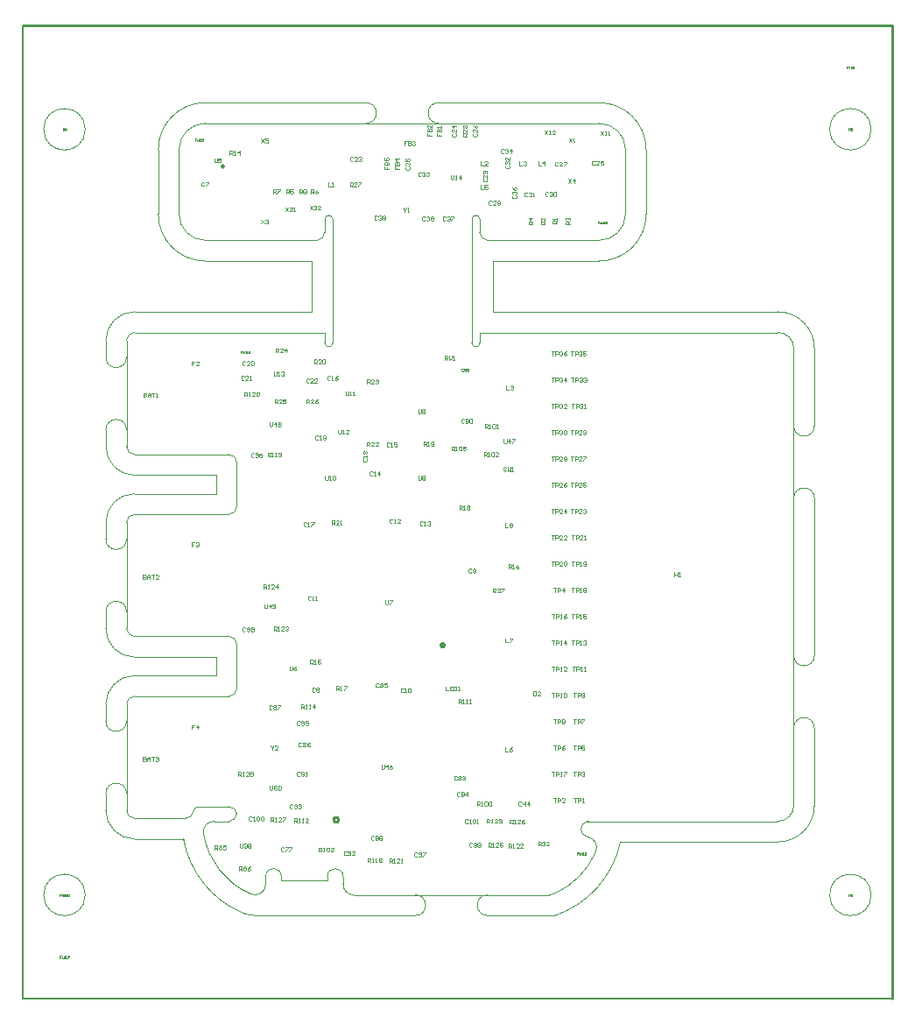
<source format=gto>
G04*
G04 #@! TF.GenerationSoftware,Altium Limited,Altium Designer,18.1.9 (240)*
G04*
G04 Layer_Color=65535*
%FSLAX25Y25*%
%MOIN*%
G70*
G01*
G75*
%ADD10C,0.01000*%
%ADD11C,0.00039*%
%ADD12C,0.00030*%
%ADD13C,0.00118*%
%ADD14C,0.00504*%
%ADD15C,0.00158*%
D10*
X76429Y316289D02*
G03*
X76429Y316289I-424J0D01*
G01*
X160425Y133989D02*
G03*
X160425Y133989I-721J0D01*
G01*
X120234Y67589D02*
G03*
X120234Y67589I-1030J0D01*
G01*
X0Y369767D02*
X330709D01*
Y-311D02*
Y369767D01*
D11*
X14525Y15776D02*
X14000D01*
Y15382D01*
X14262D01*
X14000D01*
Y14988D01*
X14787D02*
X15049D01*
X14918D01*
Y15513D01*
X14787D01*
X15968Y15776D02*
Y14988D01*
X15574D01*
X15443Y15120D01*
Y15382D01*
X15574Y15513D01*
X15968D01*
X16230Y14988D02*
X16493D01*
X16361D01*
Y15776D01*
X16230Y15644D01*
X16886Y15776D02*
X17411D01*
Y15644D01*
X16886Y15120D01*
Y14988D01*
X314300Y38589D02*
Y39376D01*
X314562Y39113D01*
X314825Y39376D01*
Y38589D01*
X315612Y39376D02*
X315350Y39244D01*
X315087Y38982D01*
Y38720D01*
X315218Y38589D01*
X315481D01*
X315612Y38720D01*
Y38851D01*
X315481Y38982D01*
X315087D01*
X15100Y38589D02*
Y39376D01*
X15362Y39113D01*
X15625Y39376D01*
Y38589D01*
X16412Y39376D02*
X15887D01*
Y38982D01*
X16150Y39113D01*
X16281D01*
X16412Y38982D01*
Y38720D01*
X16281Y38589D01*
X16018D01*
X15887Y38720D01*
X15100Y329989D02*
Y330776D01*
X15362Y330513D01*
X15625Y330776D01*
Y329989D01*
X16281D02*
Y330776D01*
X15887Y330382D01*
X16412D01*
X314300Y329989D02*
Y330776D01*
X314562Y330513D01*
X314825Y330776D01*
Y329989D01*
X315087Y330644D02*
X315218Y330776D01*
X315481D01*
X315612Y330644D01*
Y330513D01*
X315481Y330382D01*
X315350D01*
X315481D01*
X315612Y330251D01*
Y330120D01*
X315481Y329989D01*
X315218D01*
X315087Y330120D01*
X219325Y295276D02*
X218800D01*
Y294882D01*
X219062D01*
X218800D01*
Y294489D01*
X219587D02*
X219849D01*
X219718D01*
Y295013D01*
X219587D01*
X220768Y295276D02*
Y294489D01*
X220374D01*
X220243Y294620D01*
Y294882D01*
X220374Y295013D01*
X220768D01*
X221030Y294489D02*
X221293D01*
X221161D01*
Y295276D01*
X221030Y295144D01*
X222211Y295276D02*
X221949Y295144D01*
X221686Y294882D01*
Y294620D01*
X221817Y294489D01*
X222080D01*
X222211Y294620D01*
Y294751D01*
X222080Y294882D01*
X221686D01*
X83425Y246076D02*
X82900D01*
Y245682D01*
X83162D01*
X82900D01*
Y245288D01*
X83687D02*
X83950D01*
X83818D01*
Y245813D01*
X83687D01*
X84868Y246076D02*
Y245288D01*
X84474D01*
X84343Y245420D01*
Y245682D01*
X84474Y245813D01*
X84868D01*
X85130Y245288D02*
X85393D01*
X85261D01*
Y246076D01*
X85130Y245944D01*
X86311Y246076D02*
X85786D01*
Y245682D01*
X86049Y245813D01*
X86180D01*
X86311Y245682D01*
Y245420D01*
X86180Y245288D01*
X85917D01*
X85786Y245420D01*
X211425Y55176D02*
X210900D01*
Y54782D01*
X211162D01*
X210900D01*
Y54388D01*
X211687D02*
X211949D01*
X211818D01*
Y54913D01*
X211687D01*
X212868Y55176D02*
Y54388D01*
X212474D01*
X212343Y54520D01*
Y54782D01*
X212474Y54913D01*
X212868D01*
X213130Y54388D02*
X213393D01*
X213261D01*
Y55176D01*
X213130Y55044D01*
X214311Y54388D02*
X213786D01*
X214311Y54913D01*
Y55044D01*
X214180Y55176D01*
X213917D01*
X213786Y55044D01*
X65925Y326776D02*
X65400D01*
Y326382D01*
X65662D01*
X65400D01*
Y325989D01*
X66187D02*
X66449D01*
X66318D01*
Y326513D01*
X66187D01*
X67368Y326776D02*
Y325989D01*
X66974D01*
X66843Y326120D01*
Y326382D01*
X66974Y326513D01*
X67368D01*
X67630Y325989D02*
X67893D01*
X67761D01*
Y326776D01*
X67630Y326644D01*
X68286Y325989D02*
X68549D01*
X68417D01*
Y326776D01*
X68286Y326644D01*
X14525Y39376D02*
X14000D01*
Y38982D01*
X14262D01*
X14000D01*
Y38589D01*
X14787D02*
X15049D01*
X14918D01*
Y39113D01*
X14787D01*
X15968Y39376D02*
Y38589D01*
X15574D01*
X15443Y38720D01*
Y38982D01*
X15574Y39113D01*
X15968D01*
X16230Y38589D02*
X16493D01*
X16361D01*
Y39376D01*
X16230Y39244D01*
X16886D02*
X17017Y39376D01*
X17280D01*
X17411Y39244D01*
Y38720D01*
X17280Y38589D01*
X17017D01*
X16886Y38720D01*
Y39244D01*
X314125Y354376D02*
X313600D01*
Y353982D01*
X313862D01*
X313600D01*
Y353589D01*
X314387D02*
X314650D01*
X314518D01*
Y354113D01*
X314387D01*
X315568Y354376D02*
Y353589D01*
X315174D01*
X315043Y353720D01*
Y353982D01*
X315174Y354113D01*
X315568D01*
X315830Y354244D02*
X315961Y354376D01*
X316224D01*
X316355Y354244D01*
Y354113D01*
X316224Y353982D01*
X316355Y353851D01*
Y353720D01*
X316224Y353589D01*
X315961D01*
X315830Y353720D01*
Y353851D01*
X315961Y353982D01*
X315830Y354113D01*
Y354244D01*
X315961Y353982D02*
X316224D01*
X183042Y322654D02*
X182780Y322917D01*
X182255D01*
X181993Y322654D01*
Y321605D01*
X182255Y321342D01*
X182780D01*
X183042Y321605D01*
X183567Y322654D02*
X183829Y322917D01*
X184354D01*
X184616Y322654D01*
Y322392D01*
X184354Y322130D01*
X184092D01*
X184354D01*
X184616Y321867D01*
Y321605D01*
X184354Y321342D01*
X183829D01*
X183567Y321605D01*
X185928Y321342D02*
Y322917D01*
X185141Y322130D01*
X186191D01*
X183900Y232963D02*
Y231388D01*
X184950D01*
X185474Y231651D02*
X185737Y231388D01*
X186261D01*
X186524Y231651D01*
Y232700D01*
X186261Y232963D01*
X185737D01*
X185474Y232700D01*
Y232438D01*
X185737Y232176D01*
X186524D01*
X160500Y242588D02*
Y244163D01*
X161287D01*
X161549Y243900D01*
Y243376D01*
X161287Y243113D01*
X160500D01*
X161025D02*
X161549Y242588D01*
X162074Y244163D02*
Y243113D01*
X162599Y242588D01*
X163124Y243113D01*
Y244163D01*
X163649Y242588D02*
X164173D01*
X163911D01*
Y244163D01*
X163649Y243900D01*
X201100Y245863D02*
X202150D01*
X201625D01*
Y244288D01*
X202674D02*
Y245863D01*
X203461D01*
X203724Y245600D01*
Y245076D01*
X203461Y244813D01*
X202674D01*
X204249Y245600D02*
X204511Y245863D01*
X205036D01*
X205298Y245600D01*
Y245338D01*
X205036Y245076D01*
X204773D01*
X205036D01*
X205298Y244813D01*
Y244551D01*
X205036Y244288D01*
X204511D01*
X204249Y244551D01*
X206872Y245863D02*
X206348Y245600D01*
X205823Y245076D01*
Y244551D01*
X206085Y244288D01*
X206610D01*
X206872Y244551D01*
Y244813D01*
X206610Y245076D01*
X205823D01*
X208500Y245863D02*
X209549D01*
X209025D01*
Y244288D01*
X210074D02*
Y245863D01*
X210861D01*
X211124Y245600D01*
Y245076D01*
X210861Y244813D01*
X210074D01*
X211649Y245600D02*
X211911Y245863D01*
X212436D01*
X212698Y245600D01*
Y245338D01*
X212436Y245076D01*
X212173D01*
X212436D01*
X212698Y244813D01*
Y244551D01*
X212436Y244288D01*
X211911D01*
X211649Y244551D01*
X214272Y245863D02*
X213223D01*
Y245076D01*
X213748Y245338D01*
X214010D01*
X214272Y245076D01*
Y244551D01*
X214010Y244288D01*
X213485D01*
X213223Y244551D01*
X201100Y235863D02*
X202150D01*
X201625D01*
Y234289D01*
X202674D02*
Y235863D01*
X203461D01*
X203724Y235600D01*
Y235076D01*
X203461Y234813D01*
X202674D01*
X204249Y235600D02*
X204511Y235863D01*
X205036D01*
X205298Y235600D01*
Y235338D01*
X205036Y235076D01*
X204773D01*
X205036D01*
X205298Y234813D01*
Y234551D01*
X205036Y234289D01*
X204511D01*
X204249Y234551D01*
X206610Y234289D02*
Y235863D01*
X205823Y235076D01*
X206872D01*
X208600Y235863D02*
X209649D01*
X209125D01*
Y234289D01*
X210174D02*
Y235863D01*
X210961D01*
X211224Y235600D01*
Y235076D01*
X210961Y234813D01*
X210174D01*
X211749Y235600D02*
X212011Y235863D01*
X212536D01*
X212798Y235600D01*
Y235338D01*
X212536Y235076D01*
X212273D01*
X212536D01*
X212798Y234813D01*
Y234551D01*
X212536Y234289D01*
X212011D01*
X211749Y234551D01*
X213323Y235600D02*
X213585Y235863D01*
X214110D01*
X214372Y235600D01*
Y235338D01*
X214110Y235076D01*
X213848D01*
X214110D01*
X214372Y234813D01*
Y234551D01*
X214110Y234289D01*
X213585D01*
X213323Y234551D01*
X201100Y225863D02*
X202150D01*
X201625D01*
Y224289D01*
X202674D02*
Y225863D01*
X203461D01*
X203724Y225600D01*
Y225076D01*
X203461Y224813D01*
X202674D01*
X204249Y225600D02*
X204511Y225863D01*
X205036D01*
X205298Y225600D01*
Y225338D01*
X205036Y225076D01*
X204773D01*
X205036D01*
X205298Y224813D01*
Y224551D01*
X205036Y224289D01*
X204511D01*
X204249Y224551D01*
X206872Y224289D02*
X205823D01*
X206872Y225338D01*
Y225600D01*
X206610Y225863D01*
X206085D01*
X205823Y225600D01*
X208800Y225863D02*
X209850D01*
X209325D01*
Y224289D01*
X210374D02*
Y225863D01*
X211161D01*
X211424Y225600D01*
Y225076D01*
X211161Y224813D01*
X210374D01*
X211949Y225600D02*
X212211Y225863D01*
X212736D01*
X212998Y225600D01*
Y225338D01*
X212736Y225076D01*
X212473D01*
X212736D01*
X212998Y224813D01*
Y224551D01*
X212736Y224289D01*
X212211D01*
X211949Y224551D01*
X213523Y224289D02*
X214048D01*
X213785D01*
Y225863D01*
X213523Y225600D01*
X201100Y215863D02*
X202150D01*
X201625D01*
Y214288D01*
X202674D02*
Y215863D01*
X203461D01*
X203724Y215600D01*
Y215076D01*
X203461Y214813D01*
X202674D01*
X204249Y215600D02*
X204511Y215863D01*
X205036D01*
X205298Y215600D01*
Y215338D01*
X205036Y215076D01*
X204773D01*
X205036D01*
X205298Y214813D01*
Y214551D01*
X205036Y214288D01*
X204511D01*
X204249Y214551D01*
X205823Y215600D02*
X206085Y215863D01*
X206610D01*
X206872Y215600D01*
Y214551D01*
X206610Y214288D01*
X206085D01*
X205823Y214551D01*
Y215600D01*
X208500Y215863D02*
X209549D01*
X209025D01*
Y214288D01*
X210074D02*
Y215863D01*
X210861D01*
X211124Y215600D01*
Y215076D01*
X210861Y214813D01*
X210074D01*
X212698Y214288D02*
X211649D01*
X212698Y215338D01*
Y215600D01*
X212436Y215863D01*
X211911D01*
X211649Y215600D01*
X213223Y214551D02*
X213485Y214288D01*
X214010D01*
X214272Y214551D01*
Y215600D01*
X214010Y215863D01*
X213485D01*
X213223Y215600D01*
Y215338D01*
X213485Y215076D01*
X214272D01*
X201100Y205863D02*
X202150D01*
X201625D01*
Y204288D01*
X202674D02*
Y205863D01*
X203461D01*
X203724Y205600D01*
Y205076D01*
X203461Y204813D01*
X202674D01*
X205298Y204288D02*
X204249D01*
X205298Y205338D01*
Y205600D01*
X205036Y205863D01*
X204511D01*
X204249Y205600D01*
X205823D02*
X206085Y205863D01*
X206610D01*
X206872Y205600D01*
Y205338D01*
X206610Y205076D01*
X206872Y204813D01*
Y204551D01*
X206610Y204288D01*
X206085D01*
X205823Y204551D01*
Y204813D01*
X206085Y205076D01*
X205823Y205338D01*
Y205600D01*
X206085Y205076D02*
X206610D01*
X208500Y205863D02*
X209549D01*
X209025D01*
Y204288D01*
X210074D02*
Y205863D01*
X210861D01*
X211124Y205600D01*
Y205076D01*
X210861Y204813D01*
X210074D01*
X212698Y204288D02*
X211649D01*
X212698Y205338D01*
Y205600D01*
X212436Y205863D01*
X211911D01*
X211649Y205600D01*
X213223Y205863D02*
X214272D01*
Y205600D01*
X213223Y204551D01*
Y204288D01*
X201100Y195863D02*
X202150D01*
X201625D01*
Y194288D01*
X202674D02*
Y195863D01*
X203461D01*
X203724Y195600D01*
Y195076D01*
X203461Y194813D01*
X202674D01*
X205298Y194288D02*
X204249D01*
X205298Y195338D01*
Y195600D01*
X205036Y195863D01*
X204511D01*
X204249Y195600D01*
X206872Y195863D02*
X206348Y195600D01*
X205823Y195076D01*
Y194551D01*
X206085Y194288D01*
X206610D01*
X206872Y194551D01*
Y194813D01*
X206610Y195076D01*
X205823D01*
X208500Y195863D02*
X209549D01*
X209025D01*
Y194288D01*
X210074D02*
Y195863D01*
X210861D01*
X211124Y195600D01*
Y195076D01*
X210861Y194813D01*
X210074D01*
X212698Y194288D02*
X211649D01*
X212698Y195338D01*
Y195600D01*
X212436Y195863D01*
X211911D01*
X211649Y195600D01*
X214272Y195863D02*
X213223D01*
Y195076D01*
X213748Y195338D01*
X214010D01*
X214272Y195076D01*
Y194551D01*
X214010Y194288D01*
X213485D01*
X213223Y194551D01*
X201100Y185863D02*
X202150D01*
X201625D01*
Y184288D01*
X202674D02*
Y185863D01*
X203461D01*
X203724Y185600D01*
Y185076D01*
X203461Y184813D01*
X202674D01*
X205298Y184288D02*
X204249D01*
X205298Y185338D01*
Y185600D01*
X205036Y185863D01*
X204511D01*
X204249Y185600D01*
X206610Y184288D02*
Y185863D01*
X205823Y185076D01*
X206872D01*
X208500Y185863D02*
X209549D01*
X209025D01*
Y184288D01*
X210074D02*
Y185863D01*
X210861D01*
X211124Y185600D01*
Y185076D01*
X210861Y184813D01*
X210074D01*
X212698Y184288D02*
X211649D01*
X212698Y185338D01*
Y185600D01*
X212436Y185863D01*
X211911D01*
X211649Y185600D01*
X213223D02*
X213485Y185863D01*
X214010D01*
X214272Y185600D01*
Y185338D01*
X214010Y185076D01*
X213748D01*
X214010D01*
X214272Y184813D01*
Y184551D01*
X214010Y184288D01*
X213485D01*
X213223Y184551D01*
X201100Y175863D02*
X202150D01*
X201625D01*
Y174288D01*
X202674D02*
Y175863D01*
X203461D01*
X203724Y175600D01*
Y175076D01*
X203461Y174813D01*
X202674D01*
X205298Y174288D02*
X204249D01*
X205298Y175338D01*
Y175600D01*
X205036Y175863D01*
X204511D01*
X204249Y175600D01*
X206872Y174288D02*
X205823D01*
X206872Y175338D01*
Y175600D01*
X206610Y175863D01*
X206085D01*
X205823Y175600D01*
X208800Y175863D02*
X209850D01*
X209325D01*
Y174288D01*
X210374D02*
Y175863D01*
X211161D01*
X211424Y175600D01*
Y175076D01*
X211161Y174813D01*
X210374D01*
X212998Y174288D02*
X211949D01*
X212998Y175338D01*
Y175600D01*
X212736Y175863D01*
X212211D01*
X211949Y175600D01*
X213523Y174288D02*
X214048D01*
X213785D01*
Y175863D01*
X213523Y175600D01*
X201100Y165863D02*
X202150D01*
X201625D01*
Y164288D01*
X202674D02*
Y165863D01*
X203461D01*
X203724Y165600D01*
Y165076D01*
X203461Y164813D01*
X202674D01*
X205298Y164288D02*
X204249D01*
X205298Y165338D01*
Y165600D01*
X205036Y165863D01*
X204511D01*
X204249Y165600D01*
X205823D02*
X206085Y165863D01*
X206610D01*
X206872Y165600D01*
Y164551D01*
X206610Y164288D01*
X206085D01*
X205823Y164551D01*
Y165600D01*
X208800Y165863D02*
X209850D01*
X209325D01*
Y164288D01*
X210374D02*
Y165863D01*
X211161D01*
X211424Y165600D01*
Y165076D01*
X211161Y164813D01*
X210374D01*
X211949Y164288D02*
X212473D01*
X212211D01*
Y165863D01*
X211949Y165600D01*
X213261Y164551D02*
X213523Y164288D01*
X214048D01*
X214310Y164551D01*
Y165600D01*
X214048Y165863D01*
X213523D01*
X213261Y165600D01*
Y165338D01*
X213523Y165076D01*
X214310D01*
X208800Y155863D02*
X209850D01*
X209325D01*
Y154288D01*
X210374D02*
Y155863D01*
X211161D01*
X211424Y155600D01*
Y155076D01*
X211161Y154813D01*
X210374D01*
X211949Y154288D02*
X212473D01*
X212211D01*
Y155863D01*
X211949Y155600D01*
X213261D02*
X213523Y155863D01*
X214048D01*
X214310Y155600D01*
Y155338D01*
X214048Y155076D01*
X214310Y154813D01*
Y154551D01*
X214048Y154288D01*
X213523D01*
X213261Y154551D01*
Y154813D01*
X213523Y155076D01*
X213261Y155338D01*
Y155600D01*
X213523Y155076D02*
X214048D01*
X201300Y85863D02*
X202349D01*
X201825D01*
Y84289D01*
X202874D02*
Y85863D01*
X203661D01*
X203924Y85600D01*
Y85076D01*
X203661Y84813D01*
X202874D01*
X204449Y84289D02*
X204973D01*
X204711D01*
Y85863D01*
X204449Y85600D01*
X205761Y85863D02*
X206810D01*
Y85600D01*
X205761Y84551D01*
Y84289D01*
X201300Y145863D02*
X202349D01*
X201825D01*
Y144288D01*
X202874D02*
Y145863D01*
X203661D01*
X203924Y145600D01*
Y145076D01*
X203661Y144813D01*
X202874D01*
X204449Y144288D02*
X204973D01*
X204711D01*
Y145863D01*
X204449Y145600D01*
X206810Y145863D02*
X206285Y145600D01*
X205761Y145076D01*
Y144551D01*
X206023Y144288D01*
X206548D01*
X206810Y144551D01*
Y144813D01*
X206548Y145076D01*
X205761D01*
X208800Y145863D02*
X209850D01*
X209325D01*
Y144288D01*
X210374D02*
Y145863D01*
X211161D01*
X211424Y145600D01*
Y145076D01*
X211161Y144813D01*
X210374D01*
X211949Y144288D02*
X212473D01*
X212211D01*
Y145863D01*
X211949Y145600D01*
X214310Y145863D02*
X213261D01*
Y145076D01*
X213785Y145338D01*
X214048D01*
X214310Y145076D01*
Y144551D01*
X214048Y144288D01*
X213523D01*
X213261Y144551D01*
X201300Y135863D02*
X202349D01*
X201825D01*
Y134288D01*
X202874D02*
Y135863D01*
X203661D01*
X203924Y135600D01*
Y135076D01*
X203661Y134813D01*
X202874D01*
X204449Y134288D02*
X204973D01*
X204711D01*
Y135863D01*
X204449Y135600D01*
X206548Y134288D02*
Y135863D01*
X205761Y135076D01*
X206810D01*
X208800Y135863D02*
X209850D01*
X209325D01*
Y134288D01*
X210374D02*
Y135863D01*
X211161D01*
X211424Y135600D01*
Y135076D01*
X211161Y134813D01*
X210374D01*
X211949Y134288D02*
X212473D01*
X212211D01*
Y135863D01*
X211949Y135600D01*
X213261D02*
X213523Y135863D01*
X214048D01*
X214310Y135600D01*
Y135338D01*
X214048Y135076D01*
X213785D01*
X214048D01*
X214310Y134813D01*
Y134551D01*
X214048Y134288D01*
X213523D01*
X213261Y134551D01*
X201300Y125863D02*
X202349D01*
X201825D01*
Y124288D01*
X202874D02*
Y125863D01*
X203661D01*
X203924Y125600D01*
Y125076D01*
X203661Y124813D01*
X202874D01*
X204449Y124288D02*
X204973D01*
X204711D01*
Y125863D01*
X204449Y125600D01*
X206810Y124288D02*
X205761D01*
X206810Y125338D01*
Y125600D01*
X206548Y125863D01*
X206023D01*
X205761Y125600D01*
X209100Y125863D02*
X210150D01*
X209625D01*
Y124288D01*
X210674D02*
Y125863D01*
X211461D01*
X211724Y125600D01*
Y125076D01*
X211461Y124813D01*
X210674D01*
X212249Y124288D02*
X212773D01*
X212511D01*
Y125863D01*
X212249Y125600D01*
X213561Y124288D02*
X214085D01*
X213823D01*
Y125863D01*
X213561Y125600D01*
X201300Y115863D02*
X202349D01*
X201825D01*
Y114288D01*
X202874D02*
Y115863D01*
X203661D01*
X203924Y115600D01*
Y115076D01*
X203661Y114813D01*
X202874D01*
X204449Y114288D02*
X204973D01*
X204711D01*
Y115863D01*
X204449Y115600D01*
X205761D02*
X206023Y115863D01*
X206548D01*
X206810Y115600D01*
Y114551D01*
X206548Y114288D01*
X206023D01*
X205761Y114551D01*
Y115600D01*
X209500Y115863D02*
X210549D01*
X210025D01*
Y114288D01*
X211074D02*
Y115863D01*
X211861D01*
X212124Y115600D01*
Y115076D01*
X211861Y114813D01*
X211074D01*
X212649Y114551D02*
X212911Y114288D01*
X213436D01*
X213698Y114551D01*
Y115600D01*
X213436Y115863D01*
X212911D01*
X212649Y115600D01*
Y115338D01*
X212911Y115076D01*
X213698D01*
X201900Y105863D02*
X202950D01*
X202425D01*
Y104288D01*
X203474D02*
Y105863D01*
X204261D01*
X204524Y105600D01*
Y105076D01*
X204261Y104813D01*
X203474D01*
X205049Y105600D02*
X205311Y105863D01*
X205836D01*
X206098Y105600D01*
Y105338D01*
X205836Y105076D01*
X206098Y104813D01*
Y104551D01*
X205836Y104288D01*
X205311D01*
X205049Y104551D01*
Y104813D01*
X205311Y105076D01*
X205049Y105338D01*
Y105600D01*
X205311Y105076D02*
X205836D01*
X209500Y105863D02*
X210549D01*
X210025D01*
Y104288D01*
X211074D02*
Y105863D01*
X211861D01*
X212124Y105600D01*
Y105076D01*
X211861Y104813D01*
X211074D01*
X212649Y105863D02*
X213698D01*
Y105600D01*
X212649Y104551D01*
Y104288D01*
X201900Y95863D02*
X202950D01*
X202425D01*
Y94288D01*
X203474D02*
Y95863D01*
X204261D01*
X204524Y95600D01*
Y95076D01*
X204261Y94813D01*
X203474D01*
X206098Y95863D02*
X205573Y95600D01*
X205049Y95076D01*
Y94551D01*
X205311Y94288D01*
X205836D01*
X206098Y94551D01*
Y94813D01*
X205836Y95076D01*
X205049D01*
X209500Y95863D02*
X210549D01*
X210025D01*
Y94288D01*
X211074D02*
Y95863D01*
X211861D01*
X212124Y95600D01*
Y95076D01*
X211861Y94813D01*
X211074D01*
X213698Y95863D02*
X212649D01*
Y95076D01*
X213173Y95338D01*
X213436D01*
X213698Y95076D01*
Y94551D01*
X213436Y94288D01*
X212911D01*
X212649Y94551D01*
X201900Y155863D02*
X202950D01*
X202425D01*
Y154288D01*
X203474D02*
Y155863D01*
X204261D01*
X204524Y155600D01*
Y155076D01*
X204261Y154813D01*
X203474D01*
X205836Y154288D02*
Y155863D01*
X205049Y155076D01*
X206098D01*
X209500Y85863D02*
X210549D01*
X210025D01*
Y84289D01*
X211074D02*
Y85863D01*
X211861D01*
X212124Y85600D01*
Y85076D01*
X211861Y84813D01*
X211074D01*
X212649Y85600D02*
X212911Y85863D01*
X213436D01*
X213698Y85600D01*
Y85338D01*
X213436Y85076D01*
X213173D01*
X213436D01*
X213698Y84813D01*
Y84551D01*
X213436Y84289D01*
X212911D01*
X212649Y84551D01*
X201900Y75863D02*
X202950D01*
X202425D01*
Y74288D01*
X203474D02*
Y75863D01*
X204261D01*
X204524Y75600D01*
Y75076D01*
X204261Y74813D01*
X203474D01*
X206098Y74288D02*
X205049D01*
X206098Y75338D01*
Y75600D01*
X205836Y75863D01*
X205311D01*
X205049Y75600D01*
X209700Y75863D02*
X210750D01*
X210225D01*
Y74288D01*
X211274D02*
Y75863D01*
X212061D01*
X212324Y75600D01*
Y75076D01*
X212061Y74813D01*
X211274D01*
X212849Y74288D02*
X213373D01*
X213111D01*
Y75863D01*
X212849Y75600D01*
X81894Y84334D02*
Y85909D01*
X82681D01*
X82944Y85646D01*
Y85122D01*
X82681Y84859D01*
X81894D01*
X82419D02*
X82944Y84334D01*
X83469D02*
X83993D01*
X83731D01*
Y85909D01*
X83469Y85646D01*
X85830Y84334D02*
X84780D01*
X85830Y85384D01*
Y85646D01*
X85568Y85909D01*
X85043D01*
X84780Y85646D01*
X86355D02*
X86617Y85909D01*
X87142D01*
X87404Y85646D01*
Y85384D01*
X87142Y85122D01*
X87404Y84859D01*
Y84597D01*
X87142Y84334D01*
X86617D01*
X86355Y84597D01*
Y84859D01*
X86617Y85122D01*
X86355Y85384D01*
Y85646D01*
X86617Y85122D02*
X87142D01*
X91540Y155594D02*
Y157169D01*
X92327D01*
X92589Y156906D01*
Y156381D01*
X92327Y156119D01*
X91540D01*
X92065D02*
X92589Y155594D01*
X93114D02*
X93639D01*
X93376D01*
Y157169D01*
X93114Y156906D01*
X95476Y155594D02*
X94426D01*
X95476Y156644D01*
Y156906D01*
X95213Y157169D01*
X94688D01*
X94426Y156906D01*
X96788Y155594D02*
Y157169D01*
X96000Y156381D01*
X97050D01*
X95379Y139551D02*
Y141125D01*
X96166D01*
X96428Y140863D01*
Y140338D01*
X96166Y140076D01*
X95379D01*
X95903D02*
X96428Y139551D01*
X96953D02*
X97478D01*
X97215D01*
Y141125D01*
X96953Y140863D01*
X99314Y139551D02*
X98265D01*
X99314Y140601D01*
Y140863D01*
X99052Y141125D01*
X98527D01*
X98265Y140863D01*
X99839D02*
X100101Y141125D01*
X100626D01*
X100889Y140863D01*
Y140601D01*
X100626Y140338D01*
X100364D01*
X100626D01*
X100889Y140076D01*
Y139813D01*
X100626Y139551D01*
X100101D01*
X99839Y139813D01*
X84256Y228823D02*
Y230397D01*
X85044D01*
X85306Y230135D01*
Y229610D01*
X85044Y229347D01*
X84256D01*
X84781D02*
X85306Y228823D01*
X85831D02*
X86356D01*
X86093D01*
Y230397D01*
X85831Y230135D01*
X88192Y228823D02*
X87143D01*
X88192Y229872D01*
Y230135D01*
X87930Y230397D01*
X87405D01*
X87143Y230135D01*
X88717D02*
X88979Y230397D01*
X89504D01*
X89766Y230135D01*
Y229085D01*
X89504Y228823D01*
X88979D01*
X88717Y229085D01*
Y230135D01*
X93115Y205791D02*
Y207365D01*
X93902D01*
X94164Y207103D01*
Y206578D01*
X93902Y206316D01*
X93115D01*
X93639D02*
X94164Y205791D01*
X94689D02*
X95214D01*
X94951D01*
Y207365D01*
X94689Y207103D01*
X96001Y205791D02*
X96526D01*
X96263D01*
Y207365D01*
X96001Y207103D01*
X97313Y206053D02*
X97575Y205791D01*
X98100D01*
X98362Y206053D01*
Y207103D01*
X98100Y207365D01*
X97575D01*
X97313Y207103D01*
Y206841D01*
X97575Y206578D01*
X98362D01*
X93900Y80463D02*
Y79151D01*
X94162Y78888D01*
X94687D01*
X94950Y79151D01*
Y80463D01*
X96524D02*
X95474D01*
Y79676D01*
X95999Y79938D01*
X96261D01*
X96524Y79676D01*
Y79151D01*
X96261Y78888D01*
X95737D01*
X95474Y79151D01*
X97049Y80200D02*
X97311Y80463D01*
X97836D01*
X98098Y80200D01*
Y79151D01*
X97836Y78888D01*
X97311D01*
X97049Y79151D01*
Y80200D01*
X91835Y149688D02*
Y148376D01*
X92098Y148114D01*
X92622D01*
X92885Y148376D01*
Y149688D01*
X94197Y148114D02*
Y149688D01*
X93409Y148901D01*
X94459D01*
X94984Y148376D02*
X95246Y148114D01*
X95771D01*
X96033Y148376D01*
Y149426D01*
X95771Y149688D01*
X95246D01*
X94984Y149426D01*
Y149163D01*
X95246Y148901D01*
X96033D01*
X93900Y218963D02*
Y217651D01*
X94162Y217389D01*
X94687D01*
X94950Y217651D01*
Y218963D01*
X96261Y217389D02*
Y218963D01*
X95474Y218176D01*
X96524D01*
X97049Y218700D02*
X97311Y218963D01*
X97836D01*
X98098Y218700D01*
Y218438D01*
X97836Y218176D01*
X98098Y217913D01*
Y217651D01*
X97836Y217389D01*
X97311D01*
X97049Y217651D01*
Y217913D01*
X97311Y218176D01*
X97049Y218438D01*
Y218700D01*
X97311Y218176D02*
X97836D01*
X87078Y68520D02*
X86815Y68783D01*
X86290D01*
X86028Y68520D01*
Y67471D01*
X86290Y67208D01*
X86815D01*
X87078Y67471D01*
X87602Y67208D02*
X88127D01*
X87865D01*
Y68783D01*
X87602Y68520D01*
X88914D02*
X89177Y68783D01*
X89701D01*
X89964Y68520D01*
Y67471D01*
X89701Y67208D01*
X89177D01*
X88914Y67471D01*
Y68520D01*
X90488D02*
X90751Y68783D01*
X91276D01*
X91538Y68520D01*
Y67471D01*
X91276Y67208D01*
X90751D01*
X90488Y67471D01*
Y68520D01*
X84617Y140666D02*
X84355Y140928D01*
X83830D01*
X83567Y140666D01*
Y139617D01*
X83830Y139354D01*
X84355D01*
X84617Y139617D01*
X85142D02*
X85404Y139354D01*
X85929D01*
X86191Y139617D01*
Y140666D01*
X85929Y140928D01*
X85404D01*
X85142Y140666D01*
Y140404D01*
X85404Y140141D01*
X86191D01*
X86716Y140666D02*
X86978Y140928D01*
X87503D01*
X87766Y140666D01*
Y140404D01*
X87503Y140141D01*
X87766Y139879D01*
Y139617D01*
X87503Y139354D01*
X86978D01*
X86716Y139617D01*
Y139879D01*
X86978Y140141D01*
X86716Y140404D01*
Y140666D01*
X86978Y140141D02*
X87503D01*
X87865Y207005D02*
X87603Y207267D01*
X87078D01*
X86816Y207005D01*
Y205955D01*
X87078Y205693D01*
X87603D01*
X87865Y205955D01*
X88390D02*
X88652Y205693D01*
X89177D01*
X89439Y205955D01*
Y207005D01*
X89177Y207267D01*
X88652D01*
X88390Y207005D01*
Y206742D01*
X88652Y206480D01*
X89439D01*
X91014Y207267D02*
X90489Y207005D01*
X89964Y206480D01*
Y205955D01*
X90226Y205693D01*
X90751D01*
X91014Y205955D01*
Y206218D01*
X90751Y206480D01*
X89964D01*
X176579Y66421D02*
Y67995D01*
X177366D01*
X177629Y67733D01*
Y67208D01*
X177366Y66946D01*
X176579D01*
X177104D02*
X177629Y66421D01*
X178154D02*
X178678D01*
X178416D01*
Y67995D01*
X178154Y67733D01*
X180515Y66421D02*
X179465D01*
X180515Y67471D01*
Y67733D01*
X180253Y67995D01*
X179728D01*
X179465Y67733D01*
X181040Y66684D02*
X181302Y66421D01*
X181827D01*
X182089Y66684D01*
Y67733D01*
X181827Y67995D01*
X181302D01*
X181040Y67733D01*
Y67471D01*
X181302Y67208D01*
X182089D01*
X185339Y66126D02*
Y67700D01*
X186126D01*
X186389Y67438D01*
Y66913D01*
X186126Y66651D01*
X185339D01*
X185864D02*
X186389Y66126D01*
X186913D02*
X187438D01*
X187176D01*
Y67700D01*
X186913Y67438D01*
X189275Y66126D02*
X188225D01*
X189275Y67175D01*
Y67438D01*
X189012Y67700D01*
X188488D01*
X188225Y67438D01*
X190849Y67700D02*
X190324Y67438D01*
X189800Y66913D01*
Y66388D01*
X190062Y66126D01*
X190587D01*
X190849Y66388D01*
Y66651D01*
X190587Y66913D01*
X189800D01*
X177071Y57169D02*
Y58743D01*
X177858D01*
X178121Y58481D01*
Y57956D01*
X177858Y57694D01*
X177071D01*
X177596D02*
X178121Y57169D01*
X178646D02*
X179170D01*
X178908D01*
Y58743D01*
X178646Y58481D01*
X181007Y57169D02*
X179958D01*
X181007Y58219D01*
Y58481D01*
X180745Y58743D01*
X180220D01*
X179958Y58481D01*
X182581Y58743D02*
X181532D01*
Y57956D01*
X182057Y58219D01*
X182319D01*
X182581Y57956D01*
Y57432D01*
X182319Y57169D01*
X181794D01*
X181532Y57432D01*
X184847Y56972D02*
Y58547D01*
X185634D01*
X185897Y58284D01*
Y57759D01*
X185634Y57497D01*
X184847D01*
X185372D02*
X185897Y56972D01*
X186421D02*
X186946D01*
X186684D01*
Y58547D01*
X186421Y58284D01*
X188783Y56972D02*
X187733D01*
X188783Y58022D01*
Y58284D01*
X188520Y58547D01*
X187996D01*
X187733Y58284D01*
X190357Y56972D02*
X189307D01*
X190357Y58022D01*
Y58284D01*
X190095Y58547D01*
X189570D01*
X189307Y58284D01*
X139374Y51264D02*
Y52838D01*
X140162D01*
X140424Y52575D01*
Y52051D01*
X140162Y51788D01*
X139374D01*
X139899D02*
X140424Y51264D01*
X140949D02*
X141474D01*
X141211D01*
Y52838D01*
X140949Y52575D01*
X143310Y51264D02*
X142261D01*
X143310Y52313D01*
Y52575D01*
X143048Y52838D01*
X142523D01*
X142261Y52575D01*
X143835Y51264D02*
X144360D01*
X144097D01*
Y52838D01*
X143835Y52575D01*
X131205Y51460D02*
Y53035D01*
X131992D01*
X132255Y52772D01*
Y52248D01*
X131992Y51985D01*
X131205D01*
X131730D02*
X132255Y51460D01*
X132780D02*
X133304D01*
X133042D01*
Y53035D01*
X132780Y52772D01*
X134091Y51460D02*
X134616D01*
X134354D01*
Y53035D01*
X134091Y52772D01*
X135403D02*
X135666Y53035D01*
X136190D01*
X136453Y52772D01*
Y52510D01*
X136190Y52248D01*
X136453Y51985D01*
Y51723D01*
X136190Y51460D01*
X135666D01*
X135403Y51723D01*
Y51985D01*
X135666Y52248D01*
X135403Y52510D01*
Y52772D01*
X135666Y52248D02*
X136190D01*
X169361Y67536D02*
X169099Y67799D01*
X168574D01*
X168312Y67536D01*
Y66487D01*
X168574Y66224D01*
X169099D01*
X169361Y66487D01*
X169886Y66224D02*
X170411D01*
X170148D01*
Y67799D01*
X169886Y67536D01*
X171198D02*
X171460Y67799D01*
X171985D01*
X172247Y67536D01*
Y66487D01*
X171985Y66224D01*
X171460D01*
X171198Y66487D01*
Y67536D01*
X172772Y66224D02*
X173297D01*
X173034D01*
Y67799D01*
X172772Y67536D01*
X170936Y58481D02*
X170674Y58743D01*
X170149D01*
X169886Y58481D01*
Y57432D01*
X170149Y57169D01*
X170674D01*
X170936Y57432D01*
X171461D02*
X171723Y57169D01*
X172248D01*
X172510Y57432D01*
Y58481D01*
X172248Y58743D01*
X171723D01*
X171461Y58481D01*
Y58219D01*
X171723Y57956D01*
X172510D01*
X173035Y57432D02*
X173297Y57169D01*
X173822D01*
X174084Y57432D01*
Y58481D01*
X173822Y58743D01*
X173297D01*
X173035Y58481D01*
Y58219D01*
X173297Y57956D01*
X174084D01*
X150070Y55036D02*
X149807Y55299D01*
X149283D01*
X149020Y55036D01*
Y53987D01*
X149283Y53724D01*
X149807D01*
X150070Y53987D01*
X150594D02*
X150857Y53724D01*
X151382D01*
X151644Y53987D01*
Y55036D01*
X151382Y55299D01*
X150857D01*
X150594Y55036D01*
Y54774D01*
X150857Y54511D01*
X151644D01*
X152169Y55299D02*
X153218D01*
Y55036D01*
X152169Y53987D01*
Y53724D01*
X78700Y320689D02*
Y322263D01*
X79487D01*
X79750Y322000D01*
Y321476D01*
X79487Y321213D01*
X78700D01*
X79225D02*
X79750Y320689D01*
X80274D02*
X80799D01*
X80537D01*
Y322263D01*
X80274Y322000D01*
X82373Y320689D02*
Y322263D01*
X81586Y321476D01*
X82636D01*
X68869Y310056D02*
X68607Y310318D01*
X68082D01*
X67819Y310056D01*
Y309006D01*
X68082Y308744D01*
X68607D01*
X68869Y309006D01*
X69394Y310318D02*
X70443D01*
Y310056D01*
X69394Y309006D01*
Y308744D01*
X94200Y95763D02*
Y95500D01*
X94725Y94976D01*
X95249Y95500D01*
Y95763D01*
X94725Y94976D02*
Y94188D01*
X96824D02*
X95774D01*
X96824Y95238D01*
Y95500D01*
X96561Y95763D01*
X96037D01*
X95774Y95500D01*
X105910Y109925D02*
Y111499D01*
X106697D01*
X106959Y111237D01*
Y110712D01*
X106697Y110450D01*
X105910D01*
X106435D02*
X106959Y109925D01*
X107484D02*
X108009D01*
X107747D01*
Y111499D01*
X107484Y111237D01*
X108796Y109925D02*
X109321D01*
X109058D01*
Y111499D01*
X108796Y111237D01*
X110895Y109925D02*
Y111499D01*
X110108Y110712D01*
X111158D01*
X103252Y66716D02*
Y68291D01*
X104040D01*
X104302Y68028D01*
Y67503D01*
X104040Y67241D01*
X103252D01*
X103777D02*
X104302Y66716D01*
X104827D02*
X105351D01*
X105089D01*
Y68291D01*
X104827Y68028D01*
X106139Y66716D02*
X106663D01*
X106401D01*
Y68291D01*
X106139Y68028D01*
X108500Y66716D02*
X107451D01*
X108500Y67766D01*
Y68028D01*
X108238Y68291D01*
X107713D01*
X107451Y68028D01*
X160804Y118363D02*
Y116789D01*
X161854D01*
X163428Y118363D02*
X162379D01*
Y116789D01*
X163428D01*
X162379Y117576D02*
X162903D01*
X163953Y118363D02*
Y116789D01*
X164740D01*
X165003Y117051D01*
Y118101D01*
X164740Y118363D01*
X163953D01*
X165527Y116789D02*
X166052D01*
X165790D01*
Y118363D01*
X165527Y118101D01*
X165752Y111893D02*
Y113468D01*
X166540D01*
X166802Y113205D01*
Y112681D01*
X166540Y112418D01*
X165752D01*
X166277D02*
X166802Y111893D01*
X167327D02*
X167851D01*
X167589D01*
Y113468D01*
X167327Y113205D01*
X168639Y111893D02*
X169163D01*
X168901D01*
Y113468D01*
X168639Y113205D01*
X169951Y111893D02*
X170475D01*
X170213D01*
Y113468D01*
X169951Y113205D01*
X112603Y55496D02*
Y57070D01*
X113390D01*
X113652Y56808D01*
Y56283D01*
X113390Y56021D01*
X112603D01*
X113128D02*
X113652Y55496D01*
X114177D02*
X114702D01*
X114439D01*
Y57070D01*
X114177Y56808D01*
X115489D02*
X115751Y57070D01*
X116276D01*
X116539Y56808D01*
Y55758D01*
X116276Y55496D01*
X115751D01*
X115489Y55758D01*
Y56808D01*
X117063D02*
X117326Y57070D01*
X117850D01*
X118113Y56808D01*
Y56545D01*
X117850Y56283D01*
X117588D01*
X117850D01*
X118113Y56021D01*
Y55758D01*
X117850Y55496D01*
X117326D01*
X117063Y55758D01*
X172800Y72988D02*
Y74563D01*
X173587D01*
X173849Y74300D01*
Y73776D01*
X173587Y73513D01*
X172800D01*
X173325D02*
X173849Y72988D01*
X174374D02*
X174899D01*
X174637D01*
Y74563D01*
X174374Y74300D01*
X175686D02*
X175949Y74563D01*
X176473D01*
X176736Y74300D01*
Y73251D01*
X176473Y72988D01*
X175949D01*
X175686Y73251D01*
Y74300D01*
X177260D02*
X177523Y74563D01*
X178048D01*
X178310Y74300D01*
Y73251D01*
X178048Y72988D01*
X177523D01*
X177260Y73251D01*
Y74300D01*
X175792Y216716D02*
Y218291D01*
X176579D01*
X176841Y218028D01*
Y217503D01*
X176579Y217241D01*
X175792D01*
X176317D02*
X176841Y216716D01*
X177366D02*
X177891D01*
X177629D01*
Y218291D01*
X177366Y218028D01*
X178678D02*
X178940Y218291D01*
X179465D01*
X179728Y218028D01*
Y216979D01*
X179465Y216716D01*
X178940D01*
X178678Y216979D01*
Y218028D01*
X180252Y216716D02*
X180777D01*
X180515D01*
Y218291D01*
X180252Y218028D01*
X163095Y208153D02*
Y209728D01*
X163882D01*
X164145Y209465D01*
Y208941D01*
X163882Y208678D01*
X163095D01*
X163620D02*
X164145Y208153D01*
X164669D02*
X165194D01*
X164932D01*
Y209728D01*
X164669Y209465D01*
X165981D02*
X166244Y209728D01*
X166768D01*
X167031Y209465D01*
Y208416D01*
X166768Y208153D01*
X166244D01*
X165981Y208416D01*
Y209465D01*
X168605Y209728D02*
X167555D01*
Y208941D01*
X168080Y209203D01*
X168343D01*
X168605Y208941D01*
Y208416D01*
X168343Y208153D01*
X167818D01*
X167555Y208416D01*
X175398Y205890D02*
Y207464D01*
X176185D01*
X176448Y207202D01*
Y206677D01*
X176185Y206414D01*
X175398D01*
X175923D02*
X176448Y205890D01*
X176972D02*
X177497D01*
X177235D01*
Y207464D01*
X176972Y207202D01*
X178284D02*
X178547Y207464D01*
X179071D01*
X179334Y207202D01*
Y206152D01*
X179071Y205890D01*
X178547D01*
X178284Y206152D01*
Y207202D01*
X180908Y205890D02*
X179859D01*
X180908Y206939D01*
Y207202D01*
X180646Y207464D01*
X180121D01*
X179859Y207202D01*
X183000Y212463D02*
Y211151D01*
X183262Y210889D01*
X183787D01*
X184049Y211151D01*
Y212463D01*
X185361Y210889D02*
Y212463D01*
X184574Y211676D01*
X185624D01*
X186149Y212463D02*
X187198D01*
Y212200D01*
X186149Y211151D01*
Y210889D01*
X136400Y88563D02*
Y87251D01*
X136662Y86989D01*
X137187D01*
X137450Y87251D01*
Y88563D01*
X138761Y86989D02*
Y88563D01*
X137974Y87776D01*
X139024D01*
X140598Y88563D02*
X140073Y88300D01*
X139549Y87776D01*
Y87251D01*
X139811Y86989D01*
X140336D01*
X140598Y87251D01*
Y87513D01*
X140336Y87776D01*
X139549D01*
X123101Y55430D02*
X122839Y55692D01*
X122314D01*
X122052Y55430D01*
Y54380D01*
X122314Y54118D01*
X122839D01*
X123101Y54380D01*
X123626D02*
X123888Y54118D01*
X124413D01*
X124676Y54380D01*
Y55430D01*
X124413Y55692D01*
X123888D01*
X123626Y55430D01*
Y55168D01*
X123888Y54905D01*
X124676D01*
X126250Y54118D02*
X125200D01*
X126250Y55168D01*
Y55430D01*
X125987Y55692D01*
X125463D01*
X125200Y55430D01*
X105385Y85548D02*
X105122Y85810D01*
X104597D01*
X104335Y85548D01*
Y84498D01*
X104597Y84236D01*
X105122D01*
X105385Y84498D01*
X105909D02*
X106172Y84236D01*
X106697D01*
X106959Y84498D01*
Y85548D01*
X106697Y85810D01*
X106172D01*
X105909Y85548D01*
Y85286D01*
X106172Y85023D01*
X106959D01*
X107484Y84236D02*
X108009D01*
X107746D01*
Y85810D01*
X107484Y85548D01*
X94755Y111040D02*
X94492Y111302D01*
X93968D01*
X93705Y111040D01*
Y109991D01*
X93968Y109728D01*
X94492D01*
X94755Y109991D01*
X95280Y111040D02*
X95542Y111302D01*
X96067D01*
X96329Y111040D01*
Y110778D01*
X96067Y110515D01*
X96329Y110253D01*
Y109991D01*
X96067Y109728D01*
X95542D01*
X95280Y109991D01*
Y110253D01*
X95542Y110515D01*
X95280Y110778D01*
Y111040D01*
X95542Y110515D02*
X96067D01*
X96854Y111302D02*
X97903D01*
Y111040D01*
X96854Y109991D01*
Y109728D01*
X105385Y104938D02*
X105122Y105200D01*
X104597D01*
X104335Y104938D01*
Y103888D01*
X104597Y103626D01*
X105122D01*
X105385Y103888D01*
X105909D02*
X106172Y103626D01*
X106697D01*
X106959Y103888D01*
Y104938D01*
X106697Y105200D01*
X106172D01*
X105909Y104938D01*
Y104675D01*
X106172Y104413D01*
X106959D01*
X108533Y105200D02*
X107484D01*
Y104413D01*
X108009Y104675D01*
X108271D01*
X108533Y104413D01*
Y103888D01*
X108271Y103626D01*
X107746D01*
X107484Y103888D01*
X166211Y77871D02*
X165949Y78133D01*
X165424D01*
X165162Y77871D01*
Y76821D01*
X165424Y76559D01*
X165949D01*
X166211Y76821D01*
X166736D02*
X166999Y76559D01*
X167523D01*
X167786Y76821D01*
Y77871D01*
X167523Y78133D01*
X166999D01*
X166736Y77871D01*
Y77608D01*
X166999Y77346D01*
X167786D01*
X169098Y76559D02*
Y78133D01*
X168310Y77346D01*
X169360D01*
X102629Y73343D02*
X102366Y73606D01*
X101842D01*
X101579Y73343D01*
Y72294D01*
X101842Y72031D01*
X102366D01*
X102629Y72294D01*
X103154D02*
X103416Y72031D01*
X103941D01*
X104203Y72294D01*
Y73343D01*
X103941Y73606D01*
X103416D01*
X103154Y73343D01*
Y73081D01*
X103416Y72818D01*
X104203D01*
X104728Y73343D02*
X104990Y73606D01*
X105515D01*
X105777Y73343D01*
Y73081D01*
X105515Y72818D01*
X105253D01*
X105515D01*
X105777Y72556D01*
Y72294D01*
X105515Y72031D01*
X104990D01*
X104728Y72294D01*
X165129Y84072D02*
X164866Y84334D01*
X164342D01*
X164079Y84072D01*
Y83022D01*
X164342Y82760D01*
X164866D01*
X165129Y83022D01*
X165654Y84072D02*
X165916Y84334D01*
X166441D01*
X166703Y84072D01*
Y83809D01*
X166441Y83547D01*
X166703Y83284D01*
Y83022D01*
X166441Y82760D01*
X165916D01*
X165654Y83022D01*
Y83284D01*
X165916Y83547D01*
X165654Y83809D01*
Y84072D01*
X165916Y83547D02*
X166441D01*
X167228Y83022D02*
X167490Y82760D01*
X168015D01*
X168277Y83022D01*
Y84072D01*
X168015Y84334D01*
X167490D01*
X167228Y84072D01*
Y83809D01*
X167490Y83547D01*
X168277D01*
X133534Y61237D02*
X133272Y61499D01*
X132747D01*
X132485Y61237D01*
Y60187D01*
X132747Y59925D01*
X133272D01*
X133534Y60187D01*
X134059Y61237D02*
X134321Y61499D01*
X134846D01*
X135109Y61237D01*
Y60975D01*
X134846Y60712D01*
X135109Y60450D01*
Y60187D01*
X134846Y59925D01*
X134321D01*
X134059Y60187D01*
Y60450D01*
X134321Y60712D01*
X134059Y60975D01*
Y61237D01*
X134321Y60712D02*
X134846D01*
X135633Y61237D02*
X135896Y61499D01*
X136421D01*
X136683Y61237D01*
Y60975D01*
X136421Y60712D01*
X136683Y60450D01*
Y60187D01*
X136421Y59925D01*
X135896D01*
X135633Y60187D01*
Y60450D01*
X135896Y60712D01*
X135633Y60975D01*
Y61237D01*
X135896Y60712D02*
X136421D01*
X105975Y96768D02*
X105713Y97031D01*
X105188D01*
X104926Y96768D01*
Y95719D01*
X105188Y95456D01*
X105713D01*
X105975Y95719D01*
X106500Y96768D02*
X106762Y97031D01*
X107287D01*
X107550Y96768D01*
Y96506D01*
X107287Y96244D01*
X107550Y95981D01*
Y95719D01*
X107287Y95456D01*
X106762D01*
X106500Y95719D01*
Y95981D01*
X106762Y96244D01*
X106500Y96506D01*
Y96768D01*
X106762Y96244D02*
X107287D01*
X109124Y97031D02*
X108599Y96768D01*
X108074Y96244D01*
Y95719D01*
X108337Y95456D01*
X108861D01*
X109124Y95719D01*
Y95981D01*
X108861Y96244D01*
X108074D01*
X135404Y119406D02*
X135142Y119669D01*
X134617D01*
X134355Y119406D01*
Y118357D01*
X134617Y118094D01*
X135142D01*
X135404Y118357D01*
X135929Y119406D02*
X136191Y119669D01*
X136716D01*
X136979Y119406D01*
Y119144D01*
X136716Y118881D01*
X136979Y118619D01*
Y118357D01*
X136716Y118094D01*
X136191D01*
X135929Y118357D01*
Y118619D01*
X136191Y118881D01*
X135929Y119144D01*
Y119406D01*
X136191Y118881D02*
X136716D01*
X138553Y119669D02*
X137503D01*
Y118881D01*
X138028Y119144D01*
X138291D01*
X138553Y118881D01*
Y118357D01*
X138291Y118094D01*
X137766D01*
X137503Y118357D01*
X167885Y219898D02*
X167622Y220161D01*
X167097D01*
X166835Y219898D01*
Y218849D01*
X167097Y218586D01*
X167622D01*
X167885Y218849D01*
X168409D02*
X168672Y218586D01*
X169197D01*
X169459Y218849D01*
Y219898D01*
X169197Y220161D01*
X168672D01*
X168409Y219898D01*
Y219636D01*
X168672Y219374D01*
X169459D01*
X169984Y219898D02*
X170246Y220161D01*
X170771D01*
X171033Y219898D01*
Y218849D01*
X170771Y218586D01*
X170246D01*
X169984Y218849D01*
Y219898D01*
X183850Y201500D02*
X183587Y201763D01*
X183062D01*
X182800Y201500D01*
Y201238D01*
X183062Y200976D01*
X183587D01*
X183850Y200713D01*
Y200451D01*
X183587Y200188D01*
X183062D01*
X182800Y200451D01*
X184374Y201763D02*
Y200188D01*
X184899Y200713D01*
X185424Y200188D01*
Y201763D01*
X185949Y200188D02*
X186473D01*
X186211D01*
Y201763D01*
X185949Y201500D01*
X82288Y48311D02*
Y49885D01*
X83075D01*
X83337Y49623D01*
Y49098D01*
X83075Y48836D01*
X82288D01*
X82813D02*
X83337Y48311D01*
X83862Y49623D02*
X84125Y49885D01*
X84649D01*
X84912Y49623D01*
Y49360D01*
X84649Y49098D01*
X84912Y48836D01*
Y48573D01*
X84649Y48311D01*
X84125D01*
X83862Y48573D01*
Y48836D01*
X84125Y49098D01*
X83862Y49360D01*
Y49623D01*
X84125Y49098D02*
X84649D01*
X86486Y49885D02*
X85961Y49623D01*
X85436Y49098D01*
Y48573D01*
X85699Y48311D01*
X86224D01*
X86486Y48573D01*
Y48836D01*
X86224Y49098D01*
X85436D01*
X72938Y56382D02*
Y57956D01*
X73725D01*
X73987Y57694D01*
Y57169D01*
X73725Y56906D01*
X72938D01*
X73462D02*
X73987Y56382D01*
X74512Y57694D02*
X74774Y57956D01*
X75299D01*
X75561Y57694D01*
Y57431D01*
X75299Y57169D01*
X75561Y56906D01*
Y56644D01*
X75299Y56382D01*
X74774D01*
X74512Y56644D01*
Y56906D01*
X74774Y57169D01*
X74512Y57431D01*
Y57694D01*
X74774Y57169D02*
X75299D01*
X77136Y57956D02*
X76086D01*
Y57169D01*
X76611Y57431D01*
X76873D01*
X77136Y57169D01*
Y56644D01*
X76873Y56382D01*
X76349D01*
X76086Y56644D01*
X82500Y58463D02*
Y57151D01*
X82762Y56889D01*
X83287D01*
X83549Y57151D01*
Y58463D01*
X84074Y58200D02*
X84337Y58463D01*
X84861D01*
X85124Y58200D01*
Y57938D01*
X84861Y57676D01*
X84599D01*
X84861D01*
X85124Y57413D01*
Y57151D01*
X84861Y56889D01*
X84337D01*
X84074Y57151D01*
X85649Y58200D02*
X85911Y58463D01*
X86436D01*
X86698Y58200D01*
Y57938D01*
X86436Y57676D01*
X86698Y57413D01*
Y57151D01*
X86436Y56889D01*
X85911D01*
X85649Y57151D01*
Y57413D01*
X85911Y57676D01*
X85649Y57938D01*
Y58200D01*
X85911Y57676D02*
X86436D01*
X45700Y91563D02*
Y89988D01*
X46487D01*
X46749Y90251D01*
Y90513D01*
X46487Y90776D01*
X45700D01*
X46487D01*
X46749Y91038D01*
Y91300D01*
X46487Y91563D01*
X45700D01*
X47274Y89988D02*
Y91038D01*
X47799Y91563D01*
X48324Y91038D01*
Y89988D01*
Y90776D01*
X47274D01*
X48849Y91563D02*
X49898D01*
X49373D01*
Y89988D01*
X50423Y91300D02*
X50685Y91563D01*
X51210D01*
X51472Y91300D01*
Y91038D01*
X51210Y90776D01*
X50948D01*
X51210D01*
X51472Y90513D01*
Y90251D01*
X51210Y89988D01*
X50685D01*
X50423Y90251D01*
X65250Y103663D02*
X64200D01*
Y102876D01*
X64725D01*
X64200D01*
Y102088D01*
X66561D02*
Y103663D01*
X65774Y102876D01*
X66824D01*
X99184Y56906D02*
X98922Y57169D01*
X98397D01*
X98134Y56906D01*
Y55857D01*
X98397Y55594D01*
X98922D01*
X99184Y55857D01*
X99709Y57169D02*
X100758D01*
Y56906D01*
X99709Y55857D01*
Y55594D01*
X101283Y57169D02*
X102332D01*
Y56906D01*
X101283Y55857D01*
Y55594D01*
X45700Y160763D02*
Y159188D01*
X46487D01*
X46749Y159451D01*
Y159713D01*
X46487Y159976D01*
X45700D01*
X46487D01*
X46749Y160238D01*
Y160500D01*
X46487Y160763D01*
X45700D01*
X47274Y159188D02*
Y160238D01*
X47799Y160763D01*
X48324Y160238D01*
Y159188D01*
Y159976D01*
X47274D01*
X48849Y160763D02*
X49898D01*
X49373D01*
Y159188D01*
X51472D02*
X50423D01*
X51472Y160238D01*
Y160500D01*
X51210Y160763D01*
X50685D01*
X50423Y160500D01*
X65250Y173163D02*
X64200D01*
Y172376D01*
X64725D01*
X64200D01*
Y171588D01*
X65774Y172900D02*
X66037Y173163D01*
X66561D01*
X66824Y172900D01*
Y172638D01*
X66561Y172376D01*
X66299D01*
X66561D01*
X66824Y172113D01*
Y171851D01*
X66561Y171588D01*
X66037D01*
X65774Y171851D01*
X45800Y230063D02*
Y228488D01*
X46587D01*
X46850Y228751D01*
Y229013D01*
X46587Y229276D01*
X45800D01*
X46587D01*
X46850Y229538D01*
Y229800D01*
X46587Y230063D01*
X45800D01*
X47374Y228488D02*
Y229538D01*
X47899Y230063D01*
X48424Y229538D01*
Y228488D01*
Y229276D01*
X47374D01*
X48949Y230063D02*
X49998D01*
X49473D01*
Y228488D01*
X50523D02*
X51048D01*
X50785D01*
Y230063D01*
X50523Y229800D01*
X65250Y242063D02*
X64200D01*
Y241276D01*
X64725D01*
X64200D01*
Y240489D01*
X66824D02*
X65774D01*
X66824Y241538D01*
Y241800D01*
X66561Y242063D01*
X66037D01*
X65774Y241800D01*
X183600Y180563D02*
Y178988D01*
X184650D01*
X185174Y180300D02*
X185437Y180563D01*
X185961D01*
X186224Y180300D01*
Y180038D01*
X185961Y179776D01*
X186224Y179513D01*
Y179251D01*
X185961Y178988D01*
X185437D01*
X185174Y179251D01*
Y179513D01*
X185437Y179776D01*
X185174Y180038D01*
Y180300D01*
X185437Y179776D02*
X185961D01*
X183500Y136663D02*
Y135088D01*
X184549D01*
X185074Y136663D02*
X186124D01*
Y136400D01*
X185074Y135351D01*
Y135088D01*
X178843Y154118D02*
Y155692D01*
X179630D01*
X179893Y155430D01*
Y154905D01*
X179630Y154643D01*
X178843D01*
X179368D02*
X179893Y154118D01*
X180417Y155430D02*
X180680Y155692D01*
X181204D01*
X181467Y155430D01*
Y155167D01*
X181204Y154905D01*
X180942D01*
X181204D01*
X181467Y154643D01*
Y154380D01*
X181204Y154118D01*
X180680D01*
X180417Y154380D01*
X181992Y155692D02*
X183041D01*
Y155430D01*
X181992Y154380D01*
Y154118D01*
X183500Y95263D02*
Y93688D01*
X184549D01*
X186124Y95263D02*
X185599Y95000D01*
X185074Y94476D01*
Y93951D01*
X185337Y93688D01*
X185861D01*
X186124Y93951D01*
Y94213D01*
X185861Y94476D01*
X185074D01*
X194296Y116421D02*
Y114846D01*
X195083D01*
X195345Y115109D01*
Y116158D01*
X195083Y116421D01*
X194296D01*
X196920Y114846D02*
X195870D01*
X196920Y115896D01*
Y116158D01*
X196657Y116421D01*
X196132D01*
X195870Y116158D01*
X196067Y57760D02*
Y59334D01*
X196855D01*
X197117Y59072D01*
Y58547D01*
X196855Y58284D01*
X196067D01*
X196592D02*
X197117Y57760D01*
X197642Y59072D02*
X197904Y59334D01*
X198429D01*
X198691Y59072D01*
Y58809D01*
X198429Y58547D01*
X198167D01*
X198429D01*
X198691Y58284D01*
Y58022D01*
X198429Y57760D01*
X197904D01*
X197642Y58022D01*
X200266Y57760D02*
X199216D01*
X200266Y58809D01*
Y59072D01*
X200003Y59334D01*
X199478D01*
X199216Y59072D01*
X189735Y74229D02*
X189473Y74491D01*
X188948D01*
X188686Y74229D01*
Y73180D01*
X188948Y72917D01*
X189473D01*
X189735Y73180D01*
X191047Y72917D02*
Y74491D01*
X190260Y73704D01*
X191309D01*
X192621Y72917D02*
Y74491D01*
X191834Y73704D01*
X192884D01*
X144800Y300463D02*
Y300200D01*
X145325Y299676D01*
X145850Y300200D01*
Y300463D01*
X145325Y299676D02*
Y298888D01*
X146374D02*
X146899D01*
X146637D01*
Y300463D01*
X146374Y300200D01*
X169000Y327740D02*
X167426D01*
Y328527D01*
X167689Y328789D01*
X168213D01*
X168476Y328527D01*
Y327740D01*
Y328265D02*
X169000Y328789D01*
Y330364D02*
Y329314D01*
X167951Y330364D01*
X167689D01*
X167426Y330101D01*
Y329577D01*
X167689Y329314D01*
Y330889D02*
X167426Y331151D01*
Y331676D01*
X167689Y331938D01*
X167951D01*
X168213Y331676D01*
X168476Y331938D01*
X168738D01*
X169000Y331676D01*
Y331151D01*
X168738Y330889D01*
X168476D01*
X168213Y331151D01*
X167951Y330889D01*
X167689D01*
X168213Y331151D02*
Y331676D01*
X137702Y316388D02*
Y315338D01*
X138489D01*
Y315863D01*
Y315338D01*
X139276D01*
X137702Y316913D02*
X139276D01*
Y317700D01*
X139014Y317962D01*
X138751D01*
X138489Y317700D01*
Y316913D01*
Y317700D01*
X138227Y317962D01*
X137964D01*
X137702Y317700D01*
Y316913D01*
Y319536D02*
Y318487D01*
X138489D01*
X138227Y319012D01*
Y319274D01*
X138489Y319536D01*
X139014D01*
X139276Y319274D01*
Y318749D01*
X139014Y318487D01*
X141540Y316191D02*
Y315142D01*
X142327D01*
Y315666D01*
Y315142D01*
X143115D01*
X141540Y316716D02*
X143115D01*
Y317503D01*
X142852Y317765D01*
X142590D01*
X142327Y317503D01*
Y316716D01*
Y317503D01*
X142065Y317765D01*
X141803D01*
X141540Y317503D01*
Y316716D01*
X143115Y319077D02*
X141540D01*
X142327Y318290D01*
Y319340D01*
X146133Y325968D02*
X145083D01*
Y325181D01*
X145608D01*
X145083D01*
Y324394D01*
X146658Y325968D02*
Y324394D01*
X147445D01*
X147707Y324656D01*
Y324918D01*
X147445Y325181D01*
X146658D01*
X147445D01*
X147707Y325443D01*
Y325705D01*
X147445Y325968D01*
X146658D01*
X148232Y325705D02*
X148494Y325968D01*
X149019D01*
X149281Y325705D01*
Y325443D01*
X149019Y325181D01*
X148757D01*
X149019D01*
X149281Y324918D01*
Y324656D01*
X149019Y324394D01*
X148494D01*
X148232Y324656D01*
X153843Y328888D02*
Y327838D01*
X154631D01*
Y328363D01*
Y327838D01*
X155418D01*
X153843Y329413D02*
X155418D01*
Y330200D01*
X155155Y330462D01*
X154893D01*
X154631Y330200D01*
Y329413D01*
Y330200D01*
X154368Y330462D01*
X154106D01*
X153843Y330200D01*
Y329413D01*
X155418Y332036D02*
Y330987D01*
X154368Y332036D01*
X154106D01*
X153843Y331774D01*
Y331249D01*
X154106Y330987D01*
X157485Y328888D02*
Y327838D01*
X158272D01*
Y328363D01*
Y327838D01*
X159060D01*
X157485Y329413D02*
X159060D01*
Y330200D01*
X158797Y330462D01*
X158535D01*
X158272Y330200D01*
Y329413D01*
Y330200D01*
X158010Y330462D01*
X157748D01*
X157485Y330200D01*
Y329413D01*
X159060Y330987D02*
Y331512D01*
Y331249D01*
X157485D01*
X157748Y330987D01*
X124414Y308547D02*
Y310121D01*
X125201D01*
X125463Y309859D01*
Y309334D01*
X125201Y309072D01*
X124414D01*
X124939D02*
X125463Y308547D01*
X127038D02*
X125988D01*
X127038Y309597D01*
Y309859D01*
X126775Y310121D01*
X126251D01*
X125988Y309859D01*
X127562Y310121D02*
X128612D01*
Y309859D01*
X127562Y308809D01*
Y308547D01*
X116048Y310220D02*
Y308646D01*
X117097D01*
X117622D02*
X118147D01*
X117884D01*
Y310220D01*
X117622Y309957D01*
X188981Y318094D02*
Y316519D01*
X190030D01*
X190555Y317831D02*
X190817Y318094D01*
X191342D01*
X191605Y317831D01*
Y317569D01*
X191342Y317307D01*
X191080D01*
X191342D01*
X191605Y317044D01*
Y316782D01*
X191342Y316519D01*
X190817D01*
X190555Y316782D01*
X174119Y309137D02*
Y307563D01*
X175168D01*
X176742Y309137D02*
X175693D01*
Y308350D01*
X176218Y308612D01*
X176480D01*
X176742Y308350D01*
Y307825D01*
X176480Y307563D01*
X175955D01*
X175693Y307825D01*
X174119Y318094D02*
Y316519D01*
X175168D01*
X176742D02*
X175693D01*
X176742Y317569D01*
Y317831D01*
X176480Y318094D01*
X175955D01*
X175693Y317831D01*
X162900Y312863D02*
Y311551D01*
X163162Y311288D01*
X163687D01*
X163950Y311551D01*
Y312863D01*
X164474Y311288D02*
X164999D01*
X164737D01*
Y312863D01*
X164474Y312600D01*
X166573Y311288D02*
Y312863D01*
X165786Y312076D01*
X166836D01*
X160798Y296867D02*
X160536Y297129D01*
X160011D01*
X159748Y296867D01*
Y295817D01*
X160011Y295555D01*
X160536D01*
X160798Y295817D01*
X161323Y296867D02*
X161585Y297129D01*
X162110D01*
X162372Y296867D01*
Y296604D01*
X162110Y296342D01*
X161848D01*
X162110D01*
X162372Y296080D01*
Y295817D01*
X162110Y295555D01*
X161585D01*
X161323Y295817D01*
X162897Y297129D02*
X163947D01*
Y296867D01*
X162897Y295817D01*
Y295555D01*
X171626Y328789D02*
X171363Y328527D01*
Y328002D01*
X171626Y327740D01*
X172675D01*
X172938Y328002D01*
Y328527D01*
X172675Y328789D01*
X172938Y330364D02*
Y329314D01*
X171888Y330364D01*
X171626D01*
X171363Y330101D01*
Y329577D01*
X171626Y329314D01*
X171363Y331938D02*
X171626Y331413D01*
X172150Y330889D01*
X172675D01*
X172938Y331151D01*
Y331676D01*
X172675Y331938D01*
X172413D01*
X172150Y331676D01*
Y330889D01*
X178416Y302871D02*
X178154Y303133D01*
X177629D01*
X177367Y302871D01*
Y301821D01*
X177629Y301559D01*
X178154D01*
X178416Y301821D01*
X179990Y301559D02*
X178941D01*
X179990Y302608D01*
Y302871D01*
X179728Y303133D01*
X179203D01*
X178941Y302871D01*
X180515D02*
X180778Y303133D01*
X181302D01*
X181565Y302871D01*
Y302608D01*
X181302Y302346D01*
X181565Y302084D01*
Y301821D01*
X181302Y301559D01*
X180778D01*
X180515Y301821D01*
Y302084D01*
X180778Y302346D01*
X180515Y302608D01*
Y302871D01*
X180778Y302346D02*
X181302D01*
X163456Y328789D02*
X163194Y328527D01*
Y328002D01*
X163456Y327740D01*
X164506D01*
X164768Y328002D01*
Y328527D01*
X164506Y328789D01*
X164768Y330364D02*
Y329314D01*
X163719Y330364D01*
X163456D01*
X163194Y330101D01*
Y329577D01*
X163456Y329314D01*
X164768Y331676D02*
X163194D01*
X163981Y330889D01*
Y331938D01*
X134814Y297261D02*
X134551Y297523D01*
X134027D01*
X133764Y297261D01*
Y296211D01*
X134027Y295949D01*
X134551D01*
X134814Y296211D01*
X135339Y297261D02*
X135601Y297523D01*
X136126D01*
X136388Y297261D01*
Y296998D01*
X136126Y296736D01*
X135863D01*
X136126D01*
X136388Y296473D01*
Y296211D01*
X136126Y295949D01*
X135601D01*
X135339Y296211D01*
X136913D02*
X137175Y295949D01*
X137700D01*
X137962Y296211D01*
Y297261D01*
X137700Y297523D01*
X137175D01*
X136913Y297261D01*
Y296998D01*
X137175Y296736D01*
X137962D01*
X153023Y296965D02*
X152760Y297228D01*
X152235D01*
X151973Y296965D01*
Y295916D01*
X152235Y295653D01*
X152760D01*
X153023Y295916D01*
X153547Y296965D02*
X153810Y297228D01*
X154334D01*
X154597Y296965D01*
Y296703D01*
X154334Y296441D01*
X154072D01*
X154334D01*
X154597Y296178D01*
Y295916D01*
X154334Y295653D01*
X153810D01*
X153547Y295916D01*
X155122Y296965D02*
X155384Y297228D01*
X155909D01*
X156171Y296965D01*
Y296703D01*
X155909Y296441D01*
X156171Y296178D01*
Y295916D01*
X155909Y295653D01*
X155384D01*
X155122Y295916D01*
Y296178D01*
X155384Y296441D01*
X155122Y296703D01*
Y296965D01*
X155384Y296441D02*
X155909D01*
X145937Y316093D02*
X145674Y315830D01*
Y315305D01*
X145937Y315043D01*
X146986D01*
X147248Y315305D01*
Y315830D01*
X146986Y316093D01*
X145937Y316617D02*
X145674Y316880D01*
Y317405D01*
X145937Y317667D01*
X146199D01*
X146461Y317405D01*
Y317142D01*
Y317405D01*
X146724Y317667D01*
X146986D01*
X147248Y317405D01*
Y316880D01*
X146986Y316617D01*
X145674Y319241D02*
Y318192D01*
X146461D01*
X146199Y318717D01*
Y318979D01*
X146461Y319241D01*
X146986D01*
X147248Y318979D01*
Y318454D01*
X146986Y318192D01*
X151448Y313796D02*
X151185Y314058D01*
X150661D01*
X150398Y313796D01*
Y312747D01*
X150661Y312484D01*
X151185D01*
X151448Y312747D01*
X151972Y313796D02*
X152235Y314058D01*
X152760D01*
X153022Y313796D01*
Y313534D01*
X152760Y313271D01*
X152497D01*
X152760D01*
X153022Y313009D01*
Y312747D01*
X152760Y312484D01*
X152235D01*
X151972Y312747D01*
X153547Y313796D02*
X153809Y314058D01*
X154334D01*
X154596Y313796D01*
Y313534D01*
X154334Y313271D01*
X154071D01*
X154334D01*
X154596Y313009D01*
Y312747D01*
X154334Y312484D01*
X153809D01*
X153547Y312747D01*
X125562Y319505D02*
X125300Y319767D01*
X124775D01*
X124512Y319505D01*
Y318455D01*
X124775Y318193D01*
X125300D01*
X125562Y318455D01*
X127136Y318193D02*
X126087D01*
X127136Y319242D01*
Y319505D01*
X126874Y319767D01*
X126349D01*
X126087Y319505D01*
X127661D02*
X127923Y319767D01*
X128448D01*
X128710Y319505D01*
Y319242D01*
X128448Y318980D01*
X128186D01*
X128448D01*
X128710Y318718D01*
Y318455D01*
X128448Y318193D01*
X127923D01*
X127661Y318455D01*
X217750Y318100D02*
X217487Y318363D01*
X216962D01*
X216700Y318100D01*
Y317051D01*
X216962Y316789D01*
X217487D01*
X217750Y317051D01*
X219324Y316789D02*
X218274D01*
X219324Y317838D01*
Y318100D01*
X219061Y318363D01*
X218537D01*
X218274Y318100D01*
X220898Y318363D02*
X219849D01*
Y317576D01*
X220373Y317838D01*
X220636D01*
X220898Y317576D01*
Y317051D01*
X220636Y316789D01*
X220111D01*
X219849Y317051D01*
X203613Y317733D02*
X203351Y317995D01*
X202826D01*
X202564Y317733D01*
Y316684D01*
X202826Y316421D01*
X203351D01*
X203613Y316684D01*
X205187Y316421D02*
X204138D01*
X205187Y317471D01*
Y317733D01*
X204925Y317995D01*
X204400D01*
X204138Y317733D01*
X205712Y317995D02*
X206762D01*
Y317733D01*
X205712Y316684D01*
Y316421D01*
X199873Y306217D02*
X199610Y306480D01*
X199086D01*
X198823Y306217D01*
Y305168D01*
X199086Y304905D01*
X199610D01*
X199873Y305168D01*
X200398Y306217D02*
X200660Y306480D01*
X201185D01*
X201447Y306217D01*
Y305955D01*
X201185Y305693D01*
X200922D01*
X201185D01*
X201447Y305430D01*
Y305168D01*
X201185Y304905D01*
X200660D01*
X200398Y305168D01*
X201972Y306217D02*
X202234Y306480D01*
X202759D01*
X203022Y306217D01*
Y305168D01*
X202759Y304905D01*
X202234D01*
X201972Y305168D01*
Y306217D01*
X191999Y306119D02*
X191736Y306381D01*
X191212D01*
X190949Y306119D01*
Y305069D01*
X191212Y304807D01*
X191736D01*
X191999Y305069D01*
X192524Y306119D02*
X192786Y306381D01*
X193311D01*
X193573Y306119D01*
Y305856D01*
X193311Y305594D01*
X193048D01*
X193311D01*
X193573Y305332D01*
Y305069D01*
X193311Y304807D01*
X192786D01*
X192524Y305069D01*
X194098Y304807D02*
X194623D01*
X194360D01*
Y306381D01*
X194098Y306119D01*
X186488Y305168D02*
X186225Y304905D01*
Y304380D01*
X186488Y304118D01*
X187537D01*
X187800Y304380D01*
Y304905D01*
X187537Y305168D01*
X186488Y305692D02*
X186225Y305955D01*
Y306479D01*
X186488Y306742D01*
X186750D01*
X187013Y306479D01*
Y306217D01*
Y306479D01*
X187275Y306742D01*
X187537D01*
X187800Y306479D01*
Y305955D01*
X187537Y305692D01*
X186225Y308316D02*
X186488Y307791D01*
X187013Y307266D01*
X187537D01*
X187800Y307529D01*
Y308054D01*
X187537Y308316D01*
X187275D01*
X187013Y308054D01*
Y307266D01*
X175366Y311467D02*
X175103Y311204D01*
Y310680D01*
X175366Y310417D01*
X176415D01*
X176678Y310680D01*
Y311204D01*
X176415Y311467D01*
X176678Y313041D02*
Y311991D01*
X175628Y313041D01*
X175366D01*
X175103Y312779D01*
Y312254D01*
X175366Y311991D01*
X176415Y313566D02*
X176678Y313828D01*
Y314353D01*
X176415Y314615D01*
X175366D01*
X175103Y314353D01*
Y313828D01*
X175366Y313566D01*
X175628D01*
X175891Y313828D01*
Y314615D01*
X130910Y209827D02*
Y211401D01*
X131697D01*
X131959Y211139D01*
Y210614D01*
X131697Y210351D01*
X130910D01*
X131435D02*
X131959Y209827D01*
X133534D02*
X132484D01*
X133534Y210876D01*
Y211139D01*
X133271Y211401D01*
X132747D01*
X132484Y211139D01*
X135108Y209827D02*
X134058D01*
X135108Y210876D01*
Y211139D01*
X134846Y211401D01*
X134321D01*
X134058Y211139D01*
X107900Y226089D02*
Y227663D01*
X108687D01*
X108949Y227400D01*
Y226876D01*
X108687Y226613D01*
X107900D01*
X108425D02*
X108949Y226089D01*
X110524D02*
X109474D01*
X110524Y227138D01*
Y227400D01*
X110261Y227663D01*
X109737D01*
X109474Y227400D01*
X112098Y227663D02*
X111573Y227400D01*
X111049Y226876D01*
Y226351D01*
X111311Y226089D01*
X111836D01*
X112098Y226351D01*
Y226613D01*
X111836Y226876D01*
X111049D01*
X95800Y226089D02*
Y227663D01*
X96587D01*
X96850Y227400D01*
Y226876D01*
X96587Y226613D01*
X95800D01*
X96325D02*
X96850Y226089D01*
X98424D02*
X97374D01*
X98424Y227138D01*
Y227400D01*
X98161Y227663D01*
X97637D01*
X97374Y227400D01*
X99998Y227663D02*
X98949D01*
Y226876D01*
X99473Y227138D01*
X99736D01*
X99998Y226876D01*
Y226351D01*
X99736Y226089D01*
X99211D01*
X98949Y226351D01*
X96200Y245489D02*
Y247063D01*
X96987D01*
X97250Y246800D01*
Y246276D01*
X96987Y246013D01*
X96200D01*
X96725D02*
X97250Y245489D01*
X98824D02*
X97774D01*
X98824Y246538D01*
Y246800D01*
X98561Y247063D01*
X98037D01*
X97774Y246800D01*
X100136Y245489D02*
Y247063D01*
X99349Y246276D01*
X100398D01*
X110800Y241189D02*
Y242763D01*
X111587D01*
X111849Y242500D01*
Y241976D01*
X111587Y241713D01*
X110800D01*
X111325D02*
X111849Y241189D01*
X113424D02*
X112374D01*
X113424Y242238D01*
Y242500D01*
X113161Y242763D01*
X112637D01*
X112374Y242500D01*
X113949D02*
X114211Y242763D01*
X114736D01*
X114998Y242500D01*
Y241451D01*
X114736Y241189D01*
X114211D01*
X113949Y241451D01*
Y242500D01*
X131008Y233646D02*
Y235220D01*
X131796D01*
X132058Y234957D01*
Y234433D01*
X131796Y234170D01*
X131008D01*
X131533D02*
X132058Y233646D01*
X133632D02*
X132583D01*
X133632Y234695D01*
Y234957D01*
X133370Y235220D01*
X132845D01*
X132583Y234957D01*
X134157D02*
X134419Y235220D01*
X134944D01*
X135206Y234957D01*
Y234695D01*
X134944Y234433D01*
X134682D01*
X134944D01*
X135206Y234170D01*
Y233908D01*
X134944Y233646D01*
X134419D01*
X134157Y233908D01*
X152400Y209889D02*
Y211463D01*
X153187D01*
X153449Y211200D01*
Y210676D01*
X153187Y210413D01*
X152400D01*
X152925D02*
X153449Y209889D01*
X153974D02*
X154499D01*
X154237D01*
Y211463D01*
X153974Y211200D01*
X155286Y210151D02*
X155549Y209889D01*
X156073D01*
X156336Y210151D01*
Y211200D01*
X156073Y211463D01*
X155549D01*
X155286Y211200D01*
Y210938D01*
X155549Y210676D01*
X156336D01*
X95400Y238163D02*
Y236851D01*
X95662Y236589D01*
X96187D01*
X96450Y236851D01*
Y238163D01*
X96974Y236589D02*
X97499D01*
X97237D01*
Y238163D01*
X96974Y237900D01*
X98286D02*
X98549Y238163D01*
X99073D01*
X99336Y237900D01*
Y237638D01*
X99073Y237376D01*
X98811D01*
X99073D01*
X99336Y237113D01*
Y236851D01*
X99073Y236589D01*
X98549D01*
X98286Y236851D01*
X120000Y216063D02*
Y214751D01*
X120262Y214489D01*
X120787D01*
X121049Y214751D01*
Y216063D01*
X121574Y214489D02*
X122099D01*
X121837D01*
Y216063D01*
X121574Y215800D01*
X123936Y214489D02*
X122886D01*
X123936Y215538D01*
Y215800D01*
X123673Y216063D01*
X123149D01*
X122886Y215800D01*
X122800Y230663D02*
Y229351D01*
X123062Y229088D01*
X123587D01*
X123849Y229351D01*
Y230663D01*
X124374Y229088D02*
X124899D01*
X124637D01*
Y230663D01*
X124374Y230400D01*
X125686Y229088D02*
X126211D01*
X125949D01*
Y230663D01*
X125686Y230400D01*
X150400Y223863D02*
Y222551D01*
X150662Y222288D01*
X151187D01*
X151450Y222551D01*
Y223863D01*
X151974Y222551D02*
X152237Y222288D01*
X152761D01*
X153024Y222551D01*
Y223600D01*
X152761Y223863D01*
X152237D01*
X151974Y223600D01*
Y223338D01*
X152237Y223076D01*
X153024D01*
X108830Y235253D02*
X108567Y235515D01*
X108042D01*
X107780Y235253D01*
Y234203D01*
X108042Y233941D01*
X108567D01*
X108830Y234203D01*
X110404Y233941D02*
X109354D01*
X110404Y234990D01*
Y235253D01*
X110142Y235515D01*
X109617D01*
X109354Y235253D01*
X111978Y233941D02*
X110929D01*
X111978Y234990D01*
Y235253D01*
X111716Y235515D01*
X111191D01*
X110929Y235253D01*
X84125Y236335D02*
X83863Y236598D01*
X83338D01*
X83075Y236335D01*
Y235286D01*
X83338Y235023D01*
X83863D01*
X84125Y235286D01*
X85699Y235023D02*
X84650D01*
X85699Y236073D01*
Y236335D01*
X85437Y236598D01*
X84912D01*
X84650Y236335D01*
X86224Y235023D02*
X86749D01*
X86486D01*
Y236598D01*
X86224Y236335D01*
X84617Y241847D02*
X84355Y242110D01*
X83830D01*
X83567Y241847D01*
Y240798D01*
X83830Y240535D01*
X84355D01*
X84617Y240798D01*
X86191Y240535D02*
X85142D01*
X86191Y241585D01*
Y241847D01*
X85929Y242110D01*
X85404D01*
X85142Y241847D01*
X86716D02*
X86978Y242110D01*
X87503D01*
X87766Y241847D01*
Y240798D01*
X87503Y240535D01*
X86978D01*
X86716Y240798D01*
Y241847D01*
X129645Y205104D02*
X129383Y204842D01*
Y204317D01*
X129645Y204055D01*
X130695D01*
X130957Y204317D01*
Y204842D01*
X130695Y205104D01*
X130957Y205629D02*
Y206154D01*
Y205892D01*
X129383D01*
X129645Y205629D01*
Y206941D02*
X129383Y207204D01*
Y207728D01*
X129645Y207991D01*
X129908D01*
X130170Y207728D01*
X130432Y207991D01*
X130695D01*
X130957Y207728D01*
Y207204D01*
X130695Y206941D01*
X130432D01*
X130170Y207204D01*
X129908Y206941D01*
X129645D01*
X130170Y207204D02*
Y207728D01*
X116900Y236237D02*
X116638Y236499D01*
X116113D01*
X115851Y236237D01*
Y235187D01*
X116113Y234925D01*
X116638D01*
X116900Y235187D01*
X117425Y234925D02*
X117950D01*
X117688D01*
Y236499D01*
X117425Y236237D01*
X119787Y236499D02*
X119262Y236237D01*
X118737Y235712D01*
Y235187D01*
X119000Y234925D01*
X119524D01*
X119787Y235187D01*
Y235450D01*
X119524Y235712D01*
X118737D01*
X139440Y210942D02*
X139177Y211204D01*
X138653D01*
X138390Y210942D01*
Y209892D01*
X138653Y209630D01*
X139177D01*
X139440Y209892D01*
X139965Y209630D02*
X140489D01*
X140227D01*
Y211204D01*
X139965Y210942D01*
X142326Y211204D02*
X141277D01*
Y210417D01*
X141801Y210679D01*
X142064D01*
X142326Y210417D01*
Y209892D01*
X142064Y209630D01*
X141539D01*
X141277Y209892D01*
X117618Y180069D02*
Y181644D01*
X118405D01*
X118668Y181381D01*
Y180857D01*
X118405Y180594D01*
X117618D01*
X118143D02*
X118668Y180069D01*
X120242D02*
X119192D01*
X120242Y181119D01*
Y181381D01*
X119980Y181644D01*
X119455D01*
X119192Y181381D01*
X120767Y180069D02*
X121291D01*
X121029D01*
Y181644D01*
X120767Y181381D01*
X166048Y185712D02*
Y187287D01*
X166835D01*
X167097Y187024D01*
Y186500D01*
X166835Y186237D01*
X166048D01*
X166572D02*
X167097Y185712D01*
X167622D02*
X168147D01*
X167884D01*
Y187287D01*
X167622Y187024D01*
X168934D02*
X169196Y187287D01*
X169721D01*
X169983Y187024D01*
Y186762D01*
X169721Y186500D01*
X169983Y186237D01*
Y185975D01*
X169721Y185712D01*
X169196D01*
X168934Y185975D01*
Y186237D01*
X169196Y186500D01*
X168934Y186762D01*
Y187024D01*
X169196Y186500D02*
X169721D01*
X115000Y198463D02*
Y197151D01*
X115262Y196888D01*
X115787D01*
X116050Y197151D01*
Y198463D01*
X116574Y196888D02*
X117099D01*
X116837D01*
Y198463D01*
X116574Y198200D01*
X117886D02*
X118149Y198463D01*
X118673D01*
X118936Y198200D01*
Y197151D01*
X118673Y196888D01*
X118149D01*
X117886Y197151D01*
Y198200D01*
X150400Y198463D02*
Y197151D01*
X150662Y196888D01*
X151187D01*
X151450Y197151D01*
Y198463D01*
X151974Y198200D02*
X152237Y198463D01*
X152761D01*
X153024Y198200D01*
Y197938D01*
X152761Y197676D01*
X153024Y197413D01*
Y197151D01*
X152761Y196888D01*
X152237D01*
X151974Y197151D01*
Y197413D01*
X152237Y197676D01*
X151974Y197938D01*
Y198200D01*
X152237Y197676D02*
X152761D01*
X112373Y213501D02*
X112110Y213763D01*
X111586D01*
X111323Y213501D01*
Y212451D01*
X111586Y212189D01*
X112110D01*
X112373Y212451D01*
X112898Y212189D02*
X113422D01*
X113160D01*
Y213763D01*
X112898Y213501D01*
X114209Y212451D02*
X114472Y212189D01*
X114997D01*
X115259Y212451D01*
Y213501D01*
X114997Y213763D01*
X114472D01*
X114209Y213501D01*
Y213238D01*
X114472Y212976D01*
X115259D01*
X107841Y180496D02*
X107579Y180758D01*
X107054D01*
X106791Y180496D01*
Y179446D01*
X107054Y179184D01*
X107579D01*
X107841Y179446D01*
X108366Y179184D02*
X108890D01*
X108628D01*
Y180758D01*
X108366Y180496D01*
X109678Y180758D02*
X110727D01*
Y180496D01*
X109678Y179446D01*
Y179184D01*
X133042Y199918D02*
X132780Y200180D01*
X132255D01*
X131993Y199918D01*
Y198869D01*
X132255Y198606D01*
X132780D01*
X133042Y198869D01*
X133567Y198606D02*
X134092D01*
X133829D01*
Y200180D01*
X133567Y199918D01*
X135666Y198606D02*
Y200180D01*
X134879Y199393D01*
X135928D01*
X152137Y180922D02*
X151874Y181184D01*
X151349D01*
X151087Y180922D01*
Y179873D01*
X151349Y179610D01*
X151874D01*
X152137Y179873D01*
X152661Y179610D02*
X153186D01*
X152924D01*
Y181184D01*
X152661Y180922D01*
X153973D02*
X154236Y181184D01*
X154761D01*
X155023Y180922D01*
Y180660D01*
X154761Y180397D01*
X154498D01*
X154761D01*
X155023Y180135D01*
Y179873D01*
X154761Y179610D01*
X154236D01*
X153973Y179873D01*
X119197Y116913D02*
Y118488D01*
X119984D01*
X120247Y118225D01*
Y117700D01*
X119984Y117438D01*
X119197D01*
X119722D02*
X120247Y116913D01*
X120772D02*
X121296D01*
X121034D01*
Y118488D01*
X120772Y118225D01*
X122083Y118488D02*
X123133D01*
Y118225D01*
X122083Y117176D01*
Y116913D01*
X184748Y163271D02*
Y164846D01*
X185536D01*
X185798Y164583D01*
Y164059D01*
X185536Y163796D01*
X184748D01*
X185273D02*
X185798Y163271D01*
X186323D02*
X186848D01*
X186585D01*
Y164846D01*
X186323Y164583D01*
X188684Y164846D02*
X188160Y164583D01*
X187635Y164059D01*
Y163534D01*
X187897Y163271D01*
X188422D01*
X188684Y163534D01*
Y163796D01*
X188422Y164059D01*
X187635D01*
X109355Y126854D02*
Y128428D01*
X110142D01*
X110404Y128166D01*
Y127641D01*
X110142Y127379D01*
X109355D01*
X109880D02*
X110404Y126854D01*
X110929D02*
X111454D01*
X111191D01*
Y128428D01*
X110929Y128166D01*
X113291Y128428D02*
X112241D01*
Y127641D01*
X112766Y127904D01*
X113028D01*
X113291Y127641D01*
Y127117D01*
X113028Y126854D01*
X112503D01*
X112241Y127117D01*
X101400Y126063D02*
Y124751D01*
X101662Y124488D01*
X102187D01*
X102450Y124751D01*
Y126063D01*
X104024D02*
X103499Y125800D01*
X102974Y125276D01*
Y124751D01*
X103237Y124488D01*
X103761D01*
X104024Y124751D01*
Y125013D01*
X103761Y125276D01*
X102974D01*
X137800Y151163D02*
Y149851D01*
X138062Y149588D01*
X138587D01*
X138849Y149851D01*
Y151163D01*
X139374D02*
X140424D01*
Y150900D01*
X139374Y149851D01*
Y149588D01*
X140621Y181808D02*
X140358Y182070D01*
X139834D01*
X139571Y181808D01*
Y180758D01*
X139834Y180496D01*
X140358D01*
X140621Y180758D01*
X141146Y180496D02*
X141670D01*
X141408D01*
Y182070D01*
X141146Y181808D01*
X143507Y180496D02*
X142458D01*
X143507Y181545D01*
Y181808D01*
X143245Y182070D01*
X142720D01*
X142458Y181808D01*
X109519Y152477D02*
X109256Y152740D01*
X108731D01*
X108469Y152477D01*
Y151428D01*
X108731Y151165D01*
X109256D01*
X109519Y151428D01*
X110043Y151165D02*
X110568D01*
X110306D01*
Y152740D01*
X110043Y152477D01*
X111355Y151165D02*
X111880D01*
X111618D01*
Y152740D01*
X111355Y152477D01*
X144755Y117438D02*
X144492Y117700D01*
X143968D01*
X143705Y117438D01*
Y116388D01*
X143968Y116126D01*
X144492D01*
X144755Y116388D01*
X145280Y116126D02*
X145804D01*
X145542D01*
Y117700D01*
X145280Y117438D01*
X146591D02*
X146854Y117700D01*
X147379D01*
X147641Y117438D01*
Y116388D01*
X147379Y116126D01*
X146854D01*
X146591Y116388D01*
Y117438D01*
X170641Y162910D02*
X170378Y163173D01*
X169853D01*
X169591Y162910D01*
Y161861D01*
X169853Y161598D01*
X170378D01*
X170641Y161861D01*
X171165D02*
X171428Y161598D01*
X171952D01*
X172215Y161861D01*
Y162910D01*
X171952Y163173D01*
X171428D01*
X171165Y162910D01*
Y162648D01*
X171428Y162385D01*
X172215D01*
X111093Y117635D02*
X110831Y117897D01*
X110306D01*
X110044Y117635D01*
Y116585D01*
X110306Y116323D01*
X110831D01*
X111093Y116585D01*
X111618Y117635D02*
X111881Y117897D01*
X112405D01*
X112668Y117635D01*
Y117372D01*
X112405Y117110D01*
X112668Y116847D01*
Y116585D01*
X112405Y116323D01*
X111881D01*
X111618Y116585D01*
Y116847D01*
X111881Y117110D01*
X111618Y117372D01*
Y117635D01*
X111881Y117110D02*
X112405D01*
X109055Y301329D02*
X110105Y299755D01*
Y301329D02*
X109055Y299755D01*
X110629Y301066D02*
X110892Y301329D01*
X111417D01*
X111679Y301066D01*
Y300804D01*
X111417Y300542D01*
X111154D01*
X111417D01*
X111679Y300279D01*
Y300017D01*
X111417Y299755D01*
X110892D01*
X110629Y300017D01*
X113253Y299755D02*
X112204D01*
X113253Y300804D01*
Y301066D01*
X112991Y301329D01*
X112466D01*
X112204Y301066D01*
X99803Y300738D02*
X100853Y299164D01*
Y300738D02*
X99803Y299164D01*
X101377Y300476D02*
X101640Y300738D01*
X102165D01*
X102427Y300476D01*
Y300214D01*
X102165Y299951D01*
X101902D01*
X102165D01*
X102427Y299689D01*
Y299426D01*
X102165Y299164D01*
X101640D01*
X101377Y299426D01*
X102952Y299164D02*
X103477D01*
X103214D01*
Y300738D01*
X102952Y300476D01*
X198626Y330003D02*
X199676Y328429D01*
Y330003D02*
X198626Y328429D01*
X200201D02*
X200726D01*
X200463D01*
Y330003D01*
X200201Y329741D01*
X202562Y328429D02*
X201513D01*
X202562Y329479D01*
Y329741D01*
X202300Y330003D01*
X201775D01*
X201513Y329741D01*
X219886Y329708D02*
X220936Y328134D01*
Y329708D02*
X219886Y328134D01*
X221461D02*
X221985D01*
X221723D01*
Y329708D01*
X221461Y329446D01*
X222773Y328134D02*
X223297D01*
X223035D01*
Y329708D01*
X222773Y329446D01*
X207600Y311563D02*
X208649Y309988D01*
Y311563D02*
X207600Y309988D01*
X209961D02*
Y311563D01*
X209174Y310776D01*
X210224D01*
X90700Y296063D02*
X91750Y294489D01*
Y296063D02*
X90700Y294489D01*
X92274Y295800D02*
X92537Y296063D01*
X93061D01*
X93324Y295800D01*
Y295538D01*
X93061Y295276D01*
X92799D01*
X93061D01*
X93324Y295013D01*
Y294751D01*
X93061Y294489D01*
X92537D01*
X92274Y294751D01*
X207800Y327063D02*
X208850Y325488D01*
Y327063D02*
X207800Y325488D01*
X209374D02*
X209899D01*
X209637D01*
Y327063D01*
X209374Y326800D01*
X105123Y305890D02*
Y307464D01*
X105910D01*
X106172Y307202D01*
Y306677D01*
X105910Y306414D01*
X105123D01*
X105647D02*
X106172Y305890D01*
X106697Y307202D02*
X106959Y307464D01*
X107484D01*
X107746Y307202D01*
Y306939D01*
X107484Y306677D01*
X107746Y306414D01*
Y306152D01*
X107484Y305890D01*
X106959D01*
X106697Y306152D01*
Y306414D01*
X106959Y306677D01*
X106697Y306939D01*
Y307202D01*
X106959Y306677D02*
X107484D01*
X95083Y305988D02*
Y307562D01*
X95870D01*
X96133Y307300D01*
Y306775D01*
X95870Y306513D01*
X95083D01*
X95608D02*
X96133Y305988D01*
X96658Y307562D02*
X97707D01*
Y307300D01*
X96658Y306250D01*
Y305988D01*
X100103Y305890D02*
Y307464D01*
X100890D01*
X101152Y307202D01*
Y306677D01*
X100890Y306414D01*
X100103D01*
X100628D02*
X101152Y305890D01*
X102727Y307464D02*
X101677D01*
Y306677D01*
X102202Y306939D01*
X102464D01*
X102727Y306677D01*
Y306152D01*
X102464Y305890D01*
X101939D01*
X101677Y306152D01*
X109650Y305890D02*
Y307464D01*
X110437D01*
X110700Y307202D01*
Y306677D01*
X110437Y306414D01*
X109650D01*
X110175D02*
X110700Y305890D01*
X112274Y307464D02*
X111749Y307202D01*
X111224Y306677D01*
Y306152D01*
X111487Y305890D01*
X112012D01*
X112274Y306152D01*
Y306414D01*
X112012Y306677D01*
X111224D01*
X208174Y294079D02*
X206599D01*
Y294866D01*
X206862Y295128D01*
X207387D01*
X207649Y294866D01*
Y294079D01*
Y294603D02*
X208174Y295128D01*
X206862Y295653D02*
X206599Y295915D01*
Y296440D01*
X206862Y296702D01*
X207124D01*
X207387Y296440D01*
Y296178D01*
Y296440D01*
X207649Y296702D01*
X207911D01*
X208174Y296440D01*
Y295915D01*
X207911Y295653D01*
X194000Y294079D02*
X192426D01*
Y294866D01*
X192689Y295128D01*
X193213D01*
X193476Y294866D01*
Y294079D01*
Y294603D02*
X194000Y295128D01*
Y296440D02*
X192426D01*
X193213Y295653D01*
Y296702D01*
X198626Y294079D02*
X197052D01*
Y294866D01*
X197315Y295128D01*
X197839D01*
X198102Y294866D01*
Y294079D01*
Y294603D02*
X198626Y295128D01*
Y296702D02*
Y295653D01*
X197577Y296702D01*
X197315D01*
X197052Y296440D01*
Y295915D01*
X197315Y295653D01*
X203253Y294472D02*
X201678D01*
Y295259D01*
X201941Y295522D01*
X202465D01*
X202728Y295259D01*
Y294472D01*
Y294997D02*
X203253Y295522D01*
Y296047D02*
Y296571D01*
Y296309D01*
X201678D01*
X201941Y296047D01*
X196067Y318291D02*
Y316716D01*
X197117D01*
X198429D02*
Y318291D01*
X197642Y317503D01*
X198691D01*
X183732Y316585D02*
X183469Y316322D01*
Y315798D01*
X183732Y315535D01*
X184781D01*
X185044Y315798D01*
Y316322D01*
X184781Y316585D01*
X183732Y317110D02*
X183469Y317372D01*
Y317897D01*
X183732Y318159D01*
X183994D01*
X184257Y317897D01*
Y317634D01*
Y317897D01*
X184519Y318159D01*
X184781D01*
X185044Y317897D01*
Y317372D01*
X184781Y317110D01*
X185044Y319733D02*
Y318684D01*
X183994Y319733D01*
X183732D01*
X183469Y319471D01*
Y318946D01*
X183732Y318684D01*
X94296Y66913D02*
Y68488D01*
X95083D01*
X95345Y68225D01*
Y67700D01*
X95083Y67438D01*
X94296D01*
X94820D02*
X95345Y66913D01*
X95870D02*
X96395D01*
X96132D01*
Y68488D01*
X95870Y68225D01*
X98232Y66913D02*
X97182D01*
X98232Y67963D01*
Y68225D01*
X97969Y68488D01*
X97444D01*
X97182Y68225D01*
X98756Y68488D02*
X99806D01*
Y68225D01*
X98756Y67176D01*
Y66913D01*
X248000Y161763D02*
Y160188D01*
Y160976D01*
X249049D01*
Y161763D01*
Y160188D01*
X249574D02*
X250099D01*
X249837D01*
Y161763D01*
X249574Y161500D01*
X90700Y326870D02*
X91750Y325295D01*
Y326870D02*
X90700Y325295D01*
X93324Y326870D02*
X92274D01*
Y326083D01*
X92799Y326345D01*
X93061D01*
X93324Y326083D01*
Y325558D01*
X93061Y325295D01*
X92537D01*
X92274Y325558D01*
D12*
X72804Y319288D02*
Y318039D01*
X73054Y317789D01*
X73554D01*
X73804Y318039D01*
Y319288D01*
X75304D02*
X74304D01*
Y318539D01*
X74804Y318789D01*
X75054D01*
X75304Y318539D01*
Y318039D01*
X75054Y317789D01*
X74554D01*
X74304Y318039D01*
X167600Y239203D02*
X167433Y239370D01*
X167100D01*
X166934Y239203D01*
Y238537D01*
X167100Y238370D01*
X167433D01*
X167600Y238537D01*
X168600Y239370D02*
X167933D01*
Y238870D01*
X168266Y239036D01*
X168433D01*
X168600Y238870D01*
Y238537D01*
X168433Y238370D01*
X168100D01*
X167933Y238537D01*
X168933D02*
X169099Y238370D01*
X169433D01*
X169599Y238537D01*
Y239203D01*
X169433Y239370D01*
X169099D01*
X168933Y239203D01*
Y239036D01*
X169099Y238870D01*
X169599D01*
D13*
X322854Y39026D02*
G03*
X322854Y39026I-7894J0D01*
G01*
X23642D02*
G03*
X23642Y39026I-7894J0D01*
G01*
Y330365D02*
G03*
X23642Y330365I-7894J0D01*
G01*
X69337Y332640D02*
G03*
X59337Y322640I0J-10000D01*
G01*
X130544Y332640D02*
G03*
X130544Y340514I0J3937D01*
G01*
X158130D02*
G03*
X158130Y332640I0J-3937D01*
G01*
X31501Y243643D02*
G03*
X39375Y243643I3937J0D01*
G01*
Y216057D02*
G03*
X31501Y216057I-3937J0D01*
G01*
X39375Y146837D02*
G03*
X31501Y146837I-3937J0D01*
G01*
Y174423D02*
G03*
X39375Y174423I3937J0D01*
G01*
Y77617D02*
G03*
X31501Y77617I-3937J0D01*
G01*
Y105203D02*
G03*
X39375Y105203I3937J0D01*
G01*
X301229Y189965D02*
G03*
X293355Y189965I-3937J0D01*
G01*
Y217550D02*
G03*
X301229Y217550I3937J0D01*
G01*
Y102560D02*
G03*
X293355Y102560I-3937J0D01*
G01*
Y130145D02*
G03*
X301229Y130145I3937J0D01*
G01*
X176885Y39059D02*
G03*
X176885Y31185I0J-3937D01*
G01*
X149299D02*
G03*
X149299Y39059I0J3937D01*
G01*
X322859Y330398D02*
G03*
X322859Y330398I-7894J0D01*
G01*
X23646D02*
G03*
X23646Y330398I-7894J0D01*
G01*
X293355Y247055D02*
G03*
X287355Y253055I-6000J0D01*
G01*
Y67055D02*
G03*
X293355Y73055I0J6000D01*
G01*
X215337Y67055D02*
G03*
X215093Y67045I0J-3000D01*
G01*
X42375Y253055D02*
G03*
X39375Y250055I0J-3000D01*
G01*
Y209645D02*
G03*
X42375Y206645I3000J0D01*
G01*
X59337Y298140D02*
G03*
X69337Y288140I10000J0D01*
G01*
X111837D02*
G03*
X114837Y291140I0J3000D01*
G01*
X173837Y296140D02*
G03*
X170837Y296140I-1500J0D01*
G01*
X173837Y291140D02*
G03*
X176837Y288140I3000J-0D01*
G01*
X229337Y322640D02*
G03*
X219337Y332640I-10000J0D01*
G01*
X117837Y296140D02*
G03*
X114837Y296140I-1500J0D01*
G01*
X69337Y332640D02*
G03*
X59337Y322640I0J-10000D01*
G01*
X219337Y288140D02*
G03*
X229337Y298140I-0J10000D01*
G01*
X98337Y46055D02*
G03*
X92337Y46055I-3000J0D01*
G01*
X86799Y39362D02*
G03*
X92337Y43055I1539J3692D01*
G01*
X68694Y62439D02*
G03*
X86799Y39362I29643J4615D01*
G01*
X72646Y67055D02*
G03*
X68694Y62439I0J-4000D01*
G01*
X78337Y67055D02*
G03*
X81328Y69825I0J3000D01*
G01*
D02*
G03*
X78337Y72595I-2991J-230D01*
G01*
X170837Y249118D02*
G03*
X173837Y249118I1500J0D01*
G01*
X214932Y67027D02*
G03*
X214921Y61084I405J-2973D01*
G01*
X81337Y134425D02*
G03*
X78337Y137425I-3000J0D01*
G01*
Y183835D02*
G03*
X81337Y186835I0J3000D01*
G01*
X78337Y114615D02*
G03*
X81337Y117615I0J3000D01*
G01*
Y203645D02*
G03*
X78337Y206645I-3000J0D01*
G01*
X200347Y39059D02*
G03*
X201887Y39367I0J4000D01*
G01*
X121837Y43059D02*
G03*
X125837Y39059I4000J0D01*
G01*
X218062Y55595D02*
G03*
X214921Y61084I-3697J1528D01*
G01*
X201887Y39367D02*
G03*
X218062Y55595I-11550J27688D01*
G01*
X121837Y46055D02*
G03*
X115837Y46055I-3000J0D01*
G01*
X114837Y249118D02*
G03*
X117837Y249118I1500J0D01*
G01*
X66809Y72595D02*
G03*
X64854Y70855I0J-1969D01*
G01*
X61875Y68205D02*
G03*
X64854Y70855I0J3000D01*
G01*
X39375Y71205D02*
G03*
X42375Y68205I3000J0D01*
G01*
Y114615D02*
G03*
X39375Y111615I0J-3000D01*
G01*
X42375Y183835D02*
G03*
X39375Y180835I0J-3000D01*
G01*
Y140425D02*
G03*
X42375Y137425I3000J0D01*
G01*
X51463Y298140D02*
G03*
X69337Y280266I17874J0D01*
G01*
Y340514D02*
G03*
X51463Y322640I0J-17874D01*
G01*
X237211D02*
G03*
X219337Y340514I-17874J0D01*
G01*
Y280266D02*
G03*
X237211Y298140I-0J17874D01*
G01*
X42375Y260929D02*
G03*
X31501Y250055I0J-10874D01*
G01*
Y209645D02*
G03*
X42375Y198771I10874J0D01*
G01*
Y191709D02*
G03*
X31501Y180835I0J-10874D01*
G01*
Y140425D02*
G03*
X42375Y129551I10874J0D01*
G01*
Y122489D02*
G03*
X31501Y111615I0J-10874D01*
G01*
Y71205D02*
G03*
X42375Y60331I10874J0D01*
G01*
X61065D02*
G03*
X83770Y32094I37272J6724D01*
G01*
X83770Y32094D02*
G03*
X88650Y31185I4567J10961D01*
G01*
X202494Y31185D02*
G03*
X227384Y59181I-12157J35870D01*
G01*
X287355D02*
G03*
X301229Y73055I0J13874D01*
G01*
Y247055D02*
G03*
X287355Y260929I-13874J0D01*
G01*
X59337Y322640D02*
X59337D01*
X238236Y67055D02*
X287355D01*
X238236Y253055D02*
X287355D01*
X293355Y73055D02*
Y102570D01*
X215337Y67055D02*
X223132D01*
X215093Y253055D02*
X223132D01*
X78214Y72595D02*
X78227D01*
X78214Y114615D02*
X78227D01*
X78214Y137425D02*
X78227D01*
X78214Y183835D02*
X78227D01*
X78214Y206645D02*
X78227D01*
X78214Y253055D02*
X114837D01*
X117837Y251874D02*
Y252679D01*
X170837Y251874D02*
Y252679D01*
X173837Y253055D02*
X215093D01*
X214932Y67027D02*
X215093Y67045D01*
X70871Y114615D02*
X72649D01*
X70871Y72595D02*
X72649D01*
X170837Y292867D02*
Y292873D01*
X117837Y292867D02*
Y292873D01*
X170837Y284827D02*
Y292867D01*
X117837Y284827D02*
Y292867D01*
X72649Y72595D02*
X78214D01*
X72649Y114615D02*
X78214D01*
X70871Y137425D02*
X72649D01*
X70871Y183835D02*
X72649D01*
X70871Y253055D02*
X72649D01*
X70871Y206645D02*
X72649D01*
Y137425D02*
X78214D01*
X72649Y183835D02*
X78214D01*
X170837Y257368D02*
Y262504D01*
X117837Y257368D02*
Y262504D01*
X233133Y67055D02*
X238236D01*
X223132Y253055D02*
X238236D01*
X72649Y206645D02*
X78214D01*
X72649Y253055D02*
X78214D01*
X117837Y252679D02*
Y257368D01*
X170837Y252679D02*
Y257368D01*
Y267194D02*
Y284827D01*
X117837Y267194D02*
Y284827D01*
Y262504D02*
Y267194D01*
X170837Y262504D02*
Y267194D01*
X42375Y253055D02*
X70871D01*
X42375Y206645D02*
X70871D01*
X223132Y67055D02*
X233133D01*
X173837Y291140D02*
Y296140D01*
X170837Y292873D02*
Y296140D01*
X69337Y288140D02*
X111837D01*
X59337Y298140D02*
Y322640D01*
X114837Y291140D02*
Y296140D01*
X117837Y292873D02*
Y296140D01*
X69337Y332641D02*
X130553D01*
X229337Y298140D02*
Y322640D01*
X176837Y288140D02*
X219337D01*
X92337Y43055D02*
Y46055D01*
X72646Y67055D02*
X78337D01*
X78227Y72595D02*
X78337D01*
X78227Y114615D02*
X78337D01*
X170837Y249118D02*
Y251874D01*
X173837Y249118D02*
Y253055D01*
X115837Y44413D02*
Y46055D01*
X98337Y44413D02*
X115837D01*
X98337D02*
Y46055D01*
X78227Y206645D02*
X78337D01*
X78227Y253055D02*
X114837Y253055D01*
X81337Y117615D02*
Y134425D01*
X78227Y137425D02*
X78337D01*
X78227Y183835D02*
X78337D01*
X125837Y39059D02*
X149312D01*
X114837Y249118D02*
Y253055D01*
X81337Y186835D02*
Y203645D01*
X117837Y249118D02*
Y251874D01*
X121837Y43059D02*
Y46055D01*
X42375Y114615D02*
X70871D01*
X66809Y72595D02*
X70871D01*
X42375Y68205D02*
X61875D01*
X39375Y71205D02*
Y77617D01*
X42375Y183835D02*
X70871D01*
X42375Y137425D02*
X70871D01*
X39375Y140425D02*
Y146837D01*
X69337Y280266D02*
X109963D01*
X51463Y298140D02*
Y322640D01*
X69337Y340514D02*
X130544D01*
X237211Y298140D02*
Y322640D01*
X178711Y280266D02*
X219337D01*
X109963Y260929D02*
Y280266D01*
X178711Y260929D02*
Y280266D01*
X42375Y260929D02*
X109963D01*
X31501Y209645D02*
Y216064D01*
X42375Y198771D02*
X73463D01*
Y191709D02*
Y198771D01*
X42375Y191709D02*
X73463D01*
X31501Y140425D02*
Y146844D01*
X42375Y129551D02*
X73463D01*
Y122489D02*
Y129551D01*
X42375Y122489D02*
X73463D01*
X31501Y71205D02*
Y77624D01*
X42375Y60331D02*
X61065D01*
X88024Y31185D02*
X149299D01*
X227384Y59181D02*
X287355D01*
X301229Y73055D02*
Y102560D01*
X178711Y260929D02*
X287355D01*
X117837Y262504D02*
Y267194D01*
X293355Y217540D02*
Y247055D01*
Y130135D02*
Y189975D01*
X176872Y39059D02*
X200347D01*
X31501Y105196D02*
Y111615D01*
Y174416D02*
Y180835D01*
Y243636D02*
Y250055D01*
X158121Y332641D02*
X219337D01*
X39375Y174423D02*
Y180835D01*
Y243643D02*
Y250055D01*
Y105203D02*
Y111615D01*
X176885Y31185D02*
X202494D01*
X158130Y340514D02*
X219337D01*
X301229Y217550D02*
Y247055D01*
Y130145D02*
Y189965D01*
X39375Y209645D02*
Y216057D01*
D14*
X0Y-312D02*
X330709D01*
X0Y-311D02*
Y369768D01*
D15*
X215337Y67055D02*
G03*
X215093Y67045I0J-3000D01*
G01*
X218062Y55595D02*
G03*
X214921Y61084I-3697J1528D01*
G01*
X201887Y39367D02*
G03*
X218062Y55595I-11550J27688D01*
G01*
X200347Y39059D02*
G03*
X201887Y39367I0J4000D01*
G01*
X121837Y43059D02*
G03*
X125837Y39059I4000J0D01*
G01*
X121837Y46055D02*
G03*
X115837Y46055I-3000J0D01*
G01*
X98337D02*
G03*
X92337Y46055I-3000J0D01*
G01*
X86799Y39362D02*
G03*
X92337Y43055I1539J3692D01*
G01*
X68694Y62439D02*
G03*
X86799Y39362I29643J4615D01*
G01*
X72646Y67055D02*
G03*
X68694Y62439I0J-4000D01*
G01*
X78337Y67055D02*
G03*
X81328Y69825I0J3000D01*
G01*
D02*
G03*
X78337Y72595I-2991J-230D01*
G01*
Y114615D02*
G03*
X81337Y117615I0J3000D01*
G01*
Y134425D02*
G03*
X78337Y137425I-3000J0D01*
G01*
Y183835D02*
G03*
X81337Y186835I0J3000D01*
G01*
Y203645D02*
G03*
X78337Y206645I-3000J0D01*
G01*
X114837Y249118D02*
G03*
X117837Y249118I1500J0D01*
G01*
X170837D02*
G03*
X173837Y249118I1500J0D01*
G01*
X215093Y67045D02*
G03*
X214921Y61084I244J-2990D01*
G01*
X39375Y71205D02*
G03*
X42375Y68205I3000J0D01*
G01*
Y114615D02*
G03*
X39375Y111615I0J-3000D01*
G01*
X66809Y72595D02*
G03*
X64854Y70855I0J-1969D01*
G01*
X61875Y68205D02*
G03*
X64854Y70855I0J3000D01*
G01*
X117837Y296140D02*
G03*
X114837Y296140I-1500J0D01*
G01*
X111837Y288140D02*
G03*
X114837Y291140I0J3000D01*
G01*
X229337Y322640D02*
G03*
X219337Y332640I-10000J0D01*
G01*
X173837Y291140D02*
G03*
X176837Y288140I3000J0D01*
G01*
X173837Y296140D02*
G03*
X170837Y296140I-1500J0D01*
G01*
X59337Y298140D02*
G03*
X69337Y288140I10000J0D01*
G01*
Y332640D02*
G03*
X59337Y322640I0J-10000D01*
G01*
X219337Y288140D02*
G03*
X229337Y298140I0J10000D01*
G01*
X42375Y183835D02*
G03*
X39375Y180835I0J-3000D01*
G01*
Y140425D02*
G03*
X42375Y137425I3000J0D01*
G01*
X39375Y209645D02*
G03*
X42375Y206645I3000J0D01*
G01*
Y253055D02*
G03*
X39375Y250055I0J-3000D01*
G01*
X293355Y247055D02*
G03*
X287355Y253055I-6000J0D01*
G01*
Y67055D02*
G03*
X293355Y73055I0J6000D01*
G01*
X215337Y67055D02*
X223132D01*
X215093Y253055D02*
X223132D01*
X125837Y39059D02*
X200347D01*
X121837Y43059D02*
Y46055D01*
X115837Y44413D02*
Y46055D01*
X98337Y44413D02*
X115837D01*
X98337D02*
Y46055D01*
X92337Y43055D02*
Y46055D01*
X72646Y67055D02*
X78337D01*
X78214Y72595D02*
X78337D01*
X78214Y114615D02*
X78337D01*
X81337Y117615D02*
Y134425D01*
X78214Y137425D02*
X78337D01*
X78214Y183835D02*
X78337D01*
X81337Y186835D02*
Y203645D01*
X78214Y206645D02*
X78337D01*
X78214Y253055D02*
X114837D01*
Y249118D02*
Y253055D01*
X117837Y249118D02*
Y252679D01*
X170837Y249118D02*
Y252679D01*
X173837Y249118D02*
Y253055D01*
X215093D01*
X42375Y68205D02*
X61875D01*
X39375Y71205D02*
Y111615D01*
X42375Y114615D02*
X72649D01*
X66809Y72595D02*
X72649D01*
X114837Y291140D02*
Y296140D01*
X69337Y288140D02*
X111837D01*
X69337Y332640D02*
X219337D01*
X229337Y298140D02*
Y322640D01*
X173837Y291140D02*
Y296140D01*
X170837Y292867D02*
Y296140D01*
X59337Y298140D02*
Y322640D01*
X117837Y292867D02*
Y296140D01*
X176837Y288140D02*
X219337D01*
X42375Y183835D02*
X72649D01*
X39375Y140425D02*
Y180835D01*
X42375Y137425D02*
X72649D01*
X42375Y253055D02*
X72649D01*
X42375Y206645D02*
X72649D01*
Y137425D02*
X78214D01*
X72649Y183835D02*
X78214D01*
X170837Y252679D02*
Y257368D01*
X117837Y252679D02*
Y257368D01*
X72649Y206645D02*
X78214D01*
X72649Y253055D02*
X78214D01*
X72649Y72595D02*
X78214D01*
X72649Y114615D02*
X78214D01*
X170837Y257368D02*
Y262504D01*
X117837Y257368D02*
Y262504D01*
X170837Y284827D02*
Y292867D01*
X117837Y284827D02*
Y292867D01*
X170837Y267194D02*
Y284827D01*
X117837Y267194D02*
Y284827D01*
X293355Y73055D02*
Y247055D01*
X223132Y253055D02*
X287355D01*
X223132Y67055D02*
X287355D01*
X117837Y262504D02*
Y267194D01*
X170837Y262504D02*
Y267194D01*
X39375Y209645D02*
Y250055D01*
M02*

</source>
